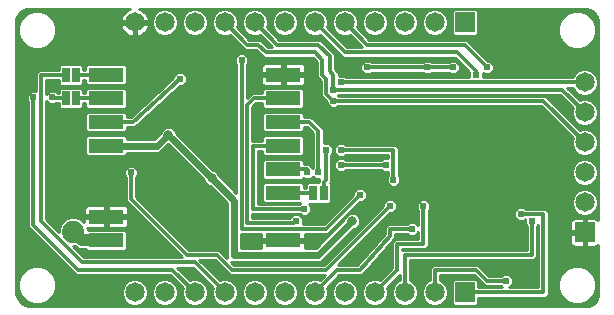
<source format=gbl>
G75*
%MOIN*%
%OFA0B0*%
%FSLAX25Y25*%
%IPPOS*%
%LPD*%
%AMOC8*
5,1,8,0,0,1.08239X$1,22.5*
%
%ADD10C,0.07400*%
%ADD11R,0.11811X0.04724*%
%ADD12R,0.02500X0.05000*%
%ADD13R,0.06500X0.06500*%
%ADD14C,0.06500*%
%ADD15C,0.01000*%
%ADD16C,0.02381*%
%ADD17C,0.03169*%
%ADD18C,0.02400*%
%ADD19C,0.01200*%
%ADD20C,0.04000*%
D10*
X0021461Y0033290D03*
D11*
X0032441Y0030441D03*
X0032441Y0038315D03*
X0032441Y0061937D03*
X0032441Y0069811D03*
X0032441Y0077685D03*
X0032441Y0085559D03*
X0091496Y0085559D03*
X0091496Y0077685D03*
X0091496Y0069811D03*
X0091496Y0061937D03*
X0091496Y0054063D03*
X0091496Y0046189D03*
X0091496Y0030441D03*
D12*
X0101447Y0046125D03*
X0104990Y0046125D03*
X0022490Y0077688D03*
X0018947Y0077688D03*
X0018947Y0085500D03*
X0022490Y0085500D03*
D13*
X0151969Y0103000D03*
X0191969Y0033000D03*
X0151969Y0013000D03*
D14*
X0141969Y0013000D03*
X0131969Y0013000D03*
X0121969Y0013000D03*
X0111969Y0013000D03*
X0101969Y0013000D03*
X0091969Y0013000D03*
X0081969Y0013000D03*
X0071969Y0013000D03*
X0061969Y0013000D03*
X0051969Y0013000D03*
X0041969Y0013000D03*
X0191969Y0043000D03*
X0191969Y0053000D03*
X0191969Y0063000D03*
X0191969Y0073000D03*
X0191969Y0083000D03*
X0141969Y0103000D03*
X0131969Y0103000D03*
X0121969Y0103000D03*
X0111969Y0103000D03*
X0101969Y0103000D03*
X0091969Y0103000D03*
X0081969Y0103000D03*
X0071969Y0103000D03*
X0061969Y0103000D03*
X0051969Y0103000D03*
X0041969Y0103000D03*
D15*
X0004600Y0009301D02*
X0006340Y0008580D01*
X0007281Y0008487D01*
X0193437Y0008487D01*
X0194113Y0008674D01*
X0195366Y0009465D01*
X0196220Y0010676D01*
X0196547Y0012121D01*
X0196509Y0012641D01*
X0196481Y0012669D01*
X0196481Y0012932D01*
X0196436Y0013191D01*
X0196481Y0013254D01*
X0196481Y0028937D01*
X0196419Y0028829D01*
X0196140Y0028550D01*
X0195797Y0028352D01*
X0195416Y0028250D01*
X0192344Y0028250D01*
X0192344Y0032625D01*
X0191593Y0032625D01*
X0187219Y0032625D01*
X0187219Y0029553D01*
X0187321Y0029171D01*
X0187518Y0028829D01*
X0187797Y0028550D01*
X0188140Y0028352D01*
X0188521Y0028250D01*
X0191593Y0028250D01*
X0191593Y0032625D01*
X0191593Y0033375D01*
X0187219Y0033375D01*
X0187219Y0036447D01*
X0187321Y0036829D01*
X0187518Y0037171D01*
X0187797Y0037450D01*
X0188140Y0037648D01*
X0188521Y0037750D01*
X0191593Y0037750D01*
X0191593Y0033375D01*
X0192344Y0033375D01*
X0192344Y0037750D01*
X0195416Y0037750D01*
X0195797Y0037648D01*
X0196140Y0037450D01*
X0196419Y0037171D01*
X0196481Y0037063D01*
X0196481Y0102980D01*
X0196366Y0103885D01*
X0195620Y0105549D01*
X0194295Y0106800D01*
X0192592Y0107449D01*
X0191684Y0107512D01*
X0191667Y0107512D01*
X0191348Y0107503D01*
X0191338Y0107512D01*
X0043452Y0107512D01*
X0043792Y0107402D01*
X0044458Y0107063D01*
X0045063Y0106623D01*
X0045592Y0106094D01*
X0046031Y0105490D01*
X0046370Y0104823D01*
X0046602Y0104112D01*
X0046718Y0103375D01*
X0042344Y0103375D01*
X0042344Y0102625D01*
X0046718Y0102625D01*
X0046602Y0101888D01*
X0046370Y0101177D01*
X0046031Y0100510D01*
X0045592Y0099906D01*
X0045063Y0099377D01*
X0044458Y0098937D01*
X0043792Y0098598D01*
X0043081Y0098367D01*
X0042344Y0098250D01*
X0042344Y0102625D01*
X0041593Y0102625D01*
X0037219Y0102625D01*
X0037335Y0101888D01*
X0037567Y0101177D01*
X0037906Y0100510D01*
X0038345Y0099906D01*
X0038874Y0099377D01*
X0039479Y0098937D01*
X0040145Y0098598D01*
X0040856Y0098367D01*
X0041593Y0098250D01*
X0041593Y0102625D01*
X0041593Y0103375D01*
X0037219Y0103375D01*
X0037335Y0104112D01*
X0037567Y0104823D01*
X0037906Y0105490D01*
X0038345Y0106094D01*
X0038874Y0106623D01*
X0039479Y0107063D01*
X0040145Y0107402D01*
X0040485Y0107512D01*
X0006656Y0107512D01*
X0005837Y0107432D01*
X0004323Y0106805D01*
X0003164Y0105646D01*
X0002537Y0104132D01*
X0002456Y0103312D01*
X0002456Y0013312D01*
X0002549Y0012371D01*
X0003269Y0010632D01*
X0004600Y0009301D01*
X0004400Y0009501D02*
X0007457Y0009501D01*
X0008213Y0009188D02*
X0005893Y0010149D01*
X0004118Y0011925D01*
X0003157Y0014244D01*
X0003157Y0016755D01*
X0004118Y0019075D01*
X0005893Y0020851D01*
X0008213Y0021812D01*
X0010724Y0021812D01*
X0013044Y0020851D01*
X0014819Y0019075D01*
X0015780Y0016755D01*
X0015780Y0014244D01*
X0014819Y0011925D01*
X0013044Y0010149D01*
X0010724Y0009188D01*
X0008213Y0009188D01*
X0007124Y0008503D02*
X0193493Y0008503D01*
X0193044Y0010149D02*
X0194819Y0011925D01*
X0195780Y0014244D01*
X0195780Y0016755D01*
X0194819Y0019075D01*
X0193044Y0020851D01*
X0190724Y0021812D01*
X0188213Y0021812D01*
X0185893Y0020851D01*
X0184118Y0019075D01*
X0183157Y0016755D01*
X0183157Y0014244D01*
X0184118Y0011925D01*
X0185893Y0010149D01*
X0188213Y0009188D01*
X0190724Y0009188D01*
X0193044Y0010149D01*
X0193395Y0010500D02*
X0196096Y0010500D01*
X0196406Y0011499D02*
X0194393Y0011499D01*
X0195056Y0012497D02*
X0196519Y0012497D01*
X0196481Y0013496D02*
X0195470Y0013496D01*
X0195780Y0014494D02*
X0196481Y0014494D01*
X0196481Y0015493D02*
X0195780Y0015493D01*
X0195780Y0016491D02*
X0196481Y0016491D01*
X0196481Y0017490D02*
X0195476Y0017490D01*
X0195063Y0018488D02*
X0196481Y0018488D01*
X0196481Y0019487D02*
X0194408Y0019487D01*
X0193410Y0020485D02*
X0196481Y0020485D01*
X0196481Y0021484D02*
X0191516Y0021484D01*
X0196481Y0022482D02*
X0179918Y0022482D01*
X0179918Y0021484D02*
X0187421Y0021484D01*
X0185527Y0020485D02*
X0179918Y0020485D01*
X0179918Y0019487D02*
X0184529Y0019487D01*
X0183874Y0018488D02*
X0179918Y0018488D01*
X0179918Y0017490D02*
X0183461Y0017490D01*
X0183157Y0016491D02*
X0179918Y0016491D01*
X0179918Y0015493D02*
X0183157Y0015493D01*
X0183157Y0014494D02*
X0179918Y0014494D01*
X0179918Y0013496D02*
X0183467Y0013496D01*
X0183881Y0012497D02*
X0179918Y0012497D01*
X0179918Y0012296D02*
X0179918Y0039954D01*
X0178923Y0040950D01*
X0172258Y0040950D01*
X0171667Y0041541D01*
X0169770Y0041541D01*
X0168428Y0040199D01*
X0168428Y0038301D01*
X0169770Y0036959D01*
X0171667Y0036959D01*
X0172178Y0037470D01*
X0172178Y0035801D01*
X0172769Y0035211D01*
X0172769Y0027200D01*
X0131264Y0027200D01*
X0131168Y0027104D01*
X0131168Y0027550D01*
X0138923Y0027550D01*
X0139918Y0028546D01*
X0139918Y0040211D01*
X0140509Y0040801D01*
X0140509Y0042699D01*
X0139167Y0044041D01*
X0137270Y0044041D01*
X0135928Y0042699D01*
X0135928Y0040801D01*
X0136519Y0040211D01*
X0136519Y0035439D01*
X0135417Y0036541D01*
X0133520Y0036541D01*
X0132929Y0035950D01*
X0126264Y0035950D01*
X0125269Y0034954D01*
X0125269Y0032396D01*
X0116205Y0022200D01*
X0109823Y0022200D01*
X0127082Y0039459D01*
X0127917Y0039459D01*
X0129259Y0040801D01*
X0129259Y0042699D01*
X0127917Y0044041D01*
X0126020Y0044041D01*
X0124678Y0042699D01*
X0124678Y0041864D01*
X0105014Y0022200D01*
X0075173Y0022200D01*
X0074173Y0023200D01*
X0104171Y0023200D01*
X0115061Y0034090D01*
X0115989Y0034474D01*
X0116744Y0035229D01*
X0117153Y0036216D01*
X0117153Y0037284D01*
X0116744Y0038270D01*
X0115989Y0039026D01*
X0115002Y0039434D01*
X0113935Y0039434D01*
X0112948Y0039026D01*
X0112193Y0038270D01*
X0111809Y0037343D01*
X0102266Y0027800D01*
X0098880Y0027800D01*
X0098902Y0027881D01*
X0098902Y0029941D01*
X0091996Y0029941D01*
X0091996Y0030941D01*
X0098902Y0030941D01*
X0098902Y0032550D01*
X0106423Y0032550D01*
X0107418Y0033546D01*
X0117082Y0043209D01*
X0117917Y0043209D01*
X0119259Y0044551D01*
X0119259Y0046449D01*
X0117917Y0047791D01*
X0116020Y0047791D01*
X0114678Y0046449D01*
X0114678Y0045614D01*
X0105014Y0035950D01*
X0098009Y0035950D01*
X0098009Y0037699D01*
X0096667Y0039041D01*
X0094770Y0039041D01*
X0093554Y0037825D01*
X0081168Y0037825D01*
X0081168Y0039103D01*
X0081411Y0039113D01*
X0097011Y0039129D01*
X0097600Y0038540D01*
X0099497Y0038540D01*
X0100839Y0039881D01*
X0100839Y0041779D01*
X0100093Y0042525D01*
X0103152Y0042525D01*
X0103218Y0042591D01*
X0103285Y0042525D01*
X0106696Y0042525D01*
X0107340Y0043169D01*
X0107340Y0049081D01*
X0107022Y0049399D01*
X0107418Y0049796D01*
X0107418Y0058961D01*
X0108009Y0059551D01*
X0108009Y0061449D01*
X0106667Y0062791D01*
X0104918Y0062791D01*
X0104918Y0067454D01*
X0100862Y0071511D01*
X0098502Y0071511D01*
X0098502Y0072629D01*
X0097857Y0073273D01*
X0085135Y0073273D01*
X0084491Y0072629D01*
X0084491Y0066993D01*
X0085135Y0066349D01*
X0097857Y0066349D01*
X0098502Y0066993D01*
X0098502Y0068111D01*
X0099453Y0068111D01*
X0101519Y0066046D01*
X0101519Y0054539D01*
X0101343Y0054364D01*
X0101168Y0054539D01*
X0101168Y0054767D01*
X0100173Y0055763D01*
X0098502Y0055763D01*
X0098502Y0056881D01*
X0097857Y0057525D01*
X0085135Y0057525D01*
X0084491Y0056881D01*
X0084491Y0051245D01*
X0085135Y0050601D01*
X0097857Y0050601D01*
X0098243Y0050986D01*
X0098520Y0050709D01*
X0100417Y0050709D01*
X0101343Y0051636D01*
X0102270Y0050709D01*
X0103524Y0050709D01*
X0103290Y0050476D01*
X0103290Y0049725D01*
X0103285Y0049725D01*
X0103218Y0049659D01*
X0103152Y0049725D01*
X0099741Y0049725D01*
X0099097Y0049081D01*
X0099097Y0047903D01*
X0098860Y0047911D01*
X0098836Y0047889D01*
X0098502Y0047889D01*
X0098502Y0049007D01*
X0097857Y0049651D01*
X0085135Y0049651D01*
X0084491Y0049007D01*
X0084491Y0043371D01*
X0085135Y0042727D01*
X0097206Y0042727D01*
X0097008Y0042529D01*
X0083043Y0042514D01*
X0083043Y0060237D01*
X0084491Y0060237D01*
X0084491Y0059119D01*
X0085135Y0058475D01*
X0097857Y0058475D01*
X0098502Y0059119D01*
X0098502Y0064755D01*
X0097857Y0065399D01*
X0085135Y0065399D01*
X0084491Y0064755D01*
X0084491Y0063637D01*
X0081168Y0063637D01*
X0081168Y0074796D01*
X0082358Y0075985D01*
X0084491Y0075985D01*
X0084491Y0074867D01*
X0085135Y0074223D01*
X0097857Y0074223D01*
X0098502Y0074867D01*
X0098502Y0080503D01*
X0097857Y0081147D01*
X0085135Y0081147D01*
X0084491Y0080503D01*
X0084491Y0079385D01*
X0080949Y0079385D01*
X0079954Y0078389D01*
X0079293Y0077729D01*
X0079293Y0088961D01*
X0079884Y0089551D01*
X0079884Y0091449D01*
X0078542Y0092791D01*
X0076645Y0092791D01*
X0075303Y0091449D01*
X0075303Y0089551D01*
X0075894Y0088961D01*
X0075894Y0046078D01*
X0070253Y0051718D01*
X0069869Y0052645D01*
X0069114Y0053401D01*
X0068186Y0053785D01*
X0055878Y0066093D01*
X0055494Y0067020D01*
X0054739Y0067776D01*
X0053752Y0068184D01*
X0052685Y0068184D01*
X0051698Y0067776D01*
X0050943Y0067020D01*
X0050626Y0066256D01*
X0048395Y0064237D01*
X0039446Y0064237D01*
X0039446Y0064755D01*
X0038802Y0065399D01*
X0026080Y0065399D01*
X0025435Y0064755D01*
X0025435Y0059119D01*
X0026080Y0058475D01*
X0038802Y0058475D01*
X0039446Y0059119D01*
X0039446Y0059637D01*
X0049224Y0059637D01*
X0050118Y0059592D01*
X0050168Y0059637D01*
X0050234Y0059637D01*
X0050867Y0060270D01*
X0053139Y0062326D01*
X0064934Y0050532D01*
X0065318Y0049604D01*
X0066073Y0048849D01*
X0067001Y0048465D01*
X0072794Y0042672D01*
X0072794Y0024579D01*
X0071168Y0026204D01*
X0070173Y0027200D01*
X0060173Y0027200D01*
X0042418Y0044954D01*
X0042418Y0051461D01*
X0043009Y0052051D01*
X0043009Y0053949D01*
X0041667Y0055291D01*
X0039770Y0055291D01*
X0038428Y0053949D01*
X0038428Y0052051D01*
X0039019Y0051461D01*
X0039019Y0043546D01*
X0040014Y0042550D01*
X0040014Y0042550D01*
X0057769Y0024796D01*
X0057864Y0024700D01*
X0025173Y0024700D01*
X0021383Y0028490D01*
X0022094Y0028490D01*
X0022712Y0027872D01*
X0023852Y0027400D01*
X0025659Y0027400D01*
X0026080Y0026979D01*
X0038802Y0026979D01*
X0039446Y0027623D01*
X0039446Y0033259D01*
X0038802Y0033903D01*
X0026261Y0033903D01*
X0026261Y0034245D01*
X0026154Y0034502D01*
X0026338Y0034453D01*
X0031941Y0034453D01*
X0031941Y0037815D01*
X0032941Y0037815D01*
X0032941Y0038815D01*
X0039846Y0038815D01*
X0039846Y0040875D01*
X0039744Y0041256D01*
X0039547Y0041598D01*
X0039267Y0041877D01*
X0038925Y0042075D01*
X0038544Y0042177D01*
X0032941Y0042177D01*
X0032941Y0038815D01*
X0031941Y0038815D01*
X0031941Y0042177D01*
X0026338Y0042177D01*
X0025956Y0042075D01*
X0025614Y0041877D01*
X0025335Y0041598D01*
X0025138Y0041256D01*
X0025035Y0040875D01*
X0025035Y0038815D01*
X0031941Y0038815D01*
X0031941Y0037815D01*
X0025035Y0037815D01*
X0025035Y0036504D01*
X0024180Y0037359D01*
X0022416Y0038090D01*
X0020506Y0038090D01*
X0018742Y0037359D01*
X0017392Y0036009D01*
X0016661Y0034245D01*
X0016661Y0033212D01*
X0012418Y0037454D01*
X0012418Y0076811D01*
X0013520Y0075709D01*
X0015417Y0075709D01*
X0015695Y0075988D01*
X0016597Y0075988D01*
X0016597Y0074732D01*
X0017241Y0074088D01*
X0020652Y0074088D01*
X0020718Y0074154D01*
X0020785Y0074088D01*
X0024196Y0074088D01*
X0024840Y0074732D01*
X0024840Y0075987D01*
X0025435Y0075987D01*
X0025435Y0074867D01*
X0026080Y0074223D01*
X0038802Y0074223D01*
X0039446Y0074867D01*
X0039446Y0080503D01*
X0038802Y0081147D01*
X0026080Y0081147D01*
X0025435Y0080503D01*
X0025435Y0079387D01*
X0024840Y0079387D01*
X0024840Y0080643D01*
X0024196Y0081287D01*
X0020785Y0081287D01*
X0020718Y0081221D01*
X0020652Y0081287D01*
X0017241Y0081287D01*
X0016597Y0080643D01*
X0016597Y0079387D01*
X0016320Y0079387D01*
X0015417Y0080291D01*
X0013520Y0080291D01*
X0012418Y0079189D01*
X0012418Y0083800D01*
X0016597Y0083800D01*
X0016597Y0082544D01*
X0017241Y0081900D01*
X0020652Y0081900D01*
X0020718Y0081966D01*
X0020785Y0081900D01*
X0024196Y0081900D01*
X0024840Y0082544D01*
X0024840Y0083814D01*
X0025435Y0083817D01*
X0025435Y0082741D01*
X0026080Y0082097D01*
X0038802Y0082097D01*
X0039446Y0082741D01*
X0039446Y0088377D01*
X0038802Y0089021D01*
X0026080Y0089021D01*
X0025435Y0088377D01*
X0025435Y0087217D01*
X0024840Y0087214D01*
X0024840Y0088456D01*
X0024196Y0089100D01*
X0020785Y0089100D01*
X0020718Y0089034D01*
X0020652Y0089100D01*
X0017241Y0089100D01*
X0016597Y0088456D01*
X0016597Y0087200D01*
X0010014Y0087200D01*
X0009019Y0086204D01*
X0009019Y0080291D01*
X0007270Y0080291D01*
X0005928Y0078949D01*
X0005928Y0077051D01*
X0006519Y0076461D01*
X0006519Y0034796D01*
X0007514Y0033800D01*
X0021519Y0019796D01*
X0022514Y0018800D01*
X0053764Y0018800D01*
X0057935Y0014629D01*
X0057619Y0013865D01*
X0057619Y0012135D01*
X0058281Y0010536D01*
X0059504Y0009312D01*
X0061103Y0008650D01*
X0062834Y0008650D01*
X0064433Y0009312D01*
X0065656Y0010536D01*
X0066318Y0012135D01*
X0066318Y0013865D01*
X0065656Y0015464D01*
X0064433Y0016688D01*
X0062834Y0017350D01*
X0061103Y0017350D01*
X0060339Y0017033D01*
X0056073Y0021300D01*
X0061264Y0021300D01*
X0067935Y0014629D01*
X0067619Y0013865D01*
X0067619Y0012135D01*
X0068281Y0010536D01*
X0069504Y0009312D01*
X0071103Y0008650D01*
X0072834Y0008650D01*
X0074433Y0009312D01*
X0075656Y0010536D01*
X0076318Y0012135D01*
X0076318Y0013865D01*
X0075656Y0015464D01*
X0074433Y0016688D01*
X0072834Y0017350D01*
X0071103Y0017350D01*
X0070339Y0017033D01*
X0063573Y0023800D01*
X0068764Y0023800D01*
X0073764Y0018800D01*
X0105364Y0018800D01*
X0103598Y0017033D01*
X0102834Y0017350D01*
X0101103Y0017350D01*
X0099504Y0016688D01*
X0098281Y0015464D01*
X0097619Y0013865D01*
X0097619Y0012135D01*
X0098281Y0010536D01*
X0099504Y0009312D01*
X0101103Y0008650D01*
X0102834Y0008650D01*
X0104433Y0009312D01*
X0105656Y0010536D01*
X0106318Y0012135D01*
X0106318Y0013865D01*
X0106002Y0014629D01*
X0110173Y0018800D01*
X0116322Y0018800D01*
X0116365Y0018762D01*
X0117018Y0018800D01*
X0117673Y0018800D01*
X0117714Y0018841D01*
X0117771Y0018844D01*
X0118206Y0019333D01*
X0118668Y0019796D01*
X0118668Y0019854D01*
X0128206Y0030583D01*
X0128668Y0031046D01*
X0128668Y0031104D01*
X0128707Y0031147D01*
X0128668Y0031800D01*
X0128668Y0032550D01*
X0132929Y0032550D01*
X0133520Y0031959D01*
X0135417Y0031959D01*
X0136519Y0033061D01*
X0136519Y0030950D01*
X0128764Y0030950D01*
X0127769Y0029954D01*
X0127769Y0021204D01*
X0123598Y0017033D01*
X0122834Y0017350D01*
X0121103Y0017350D01*
X0119504Y0016688D01*
X0118281Y0015464D01*
X0117619Y0013865D01*
X0117619Y0012135D01*
X0118281Y0010536D01*
X0119504Y0009312D01*
X0121103Y0008650D01*
X0122834Y0008650D01*
X0124433Y0009312D01*
X0125656Y0010536D01*
X0126318Y0012135D01*
X0126318Y0013865D01*
X0126002Y0014629D01*
X0130269Y0018896D01*
X0130269Y0017004D01*
X0129504Y0016688D01*
X0128281Y0015464D01*
X0127619Y0013865D01*
X0127619Y0012135D01*
X0128281Y0010536D01*
X0129504Y0009312D01*
X0131103Y0008650D01*
X0132834Y0008650D01*
X0134433Y0009312D01*
X0135656Y0010536D01*
X0136318Y0012135D01*
X0136318Y0013865D01*
X0135656Y0015464D01*
X0134433Y0016688D01*
X0133668Y0017004D01*
X0133668Y0023800D01*
X0175173Y0023800D01*
X0176168Y0024796D01*
X0176168Y0035211D01*
X0176519Y0035561D01*
X0176519Y0014700D01*
X0166908Y0014700D01*
X0168009Y0015801D01*
X0168009Y0017699D01*
X0166667Y0019041D01*
X0164770Y0019041D01*
X0164179Y0018450D01*
X0160173Y0018450D01*
X0157418Y0021204D01*
X0156423Y0022200D01*
X0141264Y0022200D01*
X0140269Y0021204D01*
X0140269Y0017004D01*
X0139504Y0016688D01*
X0138281Y0015464D01*
X0137619Y0013865D01*
X0137619Y0012135D01*
X0138281Y0010536D01*
X0139504Y0009312D01*
X0141103Y0008650D01*
X0142834Y0008650D01*
X0144433Y0009312D01*
X0145656Y0010536D01*
X0146318Y0012135D01*
X0146318Y0013865D01*
X0145656Y0015464D01*
X0144433Y0016688D01*
X0143668Y0017004D01*
X0143668Y0018800D01*
X0155014Y0018800D01*
X0158764Y0015050D01*
X0164179Y0015050D01*
X0164529Y0014700D01*
X0156318Y0014700D01*
X0156318Y0016706D01*
X0155674Y0017350D01*
X0148263Y0017350D01*
X0147619Y0016706D01*
X0147619Y0009294D01*
X0148263Y0008650D01*
X0155674Y0008650D01*
X0156318Y0009294D01*
X0156318Y0011300D01*
X0178923Y0011300D01*
X0179918Y0012296D01*
X0179121Y0011499D02*
X0184544Y0011499D01*
X0185542Y0010500D02*
X0156318Y0010500D01*
X0156318Y0009501D02*
X0187457Y0009501D01*
X0191480Y0009501D02*
X0195391Y0009501D01*
X0176519Y0015493D02*
X0167700Y0015493D01*
X0168009Y0016491D02*
X0176519Y0016491D01*
X0176519Y0017490D02*
X0168009Y0017490D01*
X0167220Y0018488D02*
X0176519Y0018488D01*
X0176519Y0019487D02*
X0159136Y0019487D01*
X0158138Y0020485D02*
X0176519Y0020485D01*
X0176519Y0021484D02*
X0157139Y0021484D01*
X0155326Y0018488D02*
X0143668Y0018488D01*
X0143668Y0017490D02*
X0156325Y0017490D01*
X0156318Y0016491D02*
X0157323Y0016491D01*
X0158322Y0015493D02*
X0156318Y0015493D01*
X0160135Y0018488D02*
X0164217Y0018488D01*
X0176519Y0022482D02*
X0133668Y0022482D01*
X0133668Y0021484D02*
X0140548Y0021484D01*
X0140269Y0020485D02*
X0133668Y0020485D01*
X0133668Y0019487D02*
X0140269Y0019487D01*
X0140269Y0018488D02*
X0133668Y0018488D01*
X0133668Y0017490D02*
X0140269Y0017490D01*
X0139308Y0016491D02*
X0134629Y0016491D01*
X0135628Y0015493D02*
X0138309Y0015493D01*
X0137879Y0014494D02*
X0136058Y0014494D01*
X0136318Y0013496D02*
X0137619Y0013496D01*
X0137619Y0012497D02*
X0136318Y0012497D01*
X0136055Y0011499D02*
X0137882Y0011499D01*
X0138317Y0010500D02*
X0135620Y0010500D01*
X0134622Y0009501D02*
X0139315Y0009501D01*
X0144622Y0009501D02*
X0147619Y0009501D01*
X0147619Y0010500D02*
X0145620Y0010500D01*
X0146055Y0011499D02*
X0147619Y0011499D01*
X0147619Y0012497D02*
X0146318Y0012497D01*
X0146318Y0013496D02*
X0147619Y0013496D01*
X0147619Y0014494D02*
X0146058Y0014494D01*
X0145628Y0015493D02*
X0147619Y0015493D01*
X0147619Y0016491D02*
X0144629Y0016491D01*
X0133668Y0023481D02*
X0176519Y0023481D01*
X0176519Y0024479D02*
X0175852Y0024479D01*
X0176168Y0025478D02*
X0176519Y0025478D01*
X0176519Y0026476D02*
X0176168Y0026476D01*
X0176168Y0027475D02*
X0176519Y0027475D01*
X0176519Y0028473D02*
X0176168Y0028473D01*
X0176168Y0029472D02*
X0176519Y0029472D01*
X0176519Y0030470D02*
X0176168Y0030470D01*
X0176168Y0031469D02*
X0176519Y0031469D01*
X0176519Y0032467D02*
X0176168Y0032467D01*
X0176168Y0033466D02*
X0176519Y0033466D01*
X0176519Y0034464D02*
X0176168Y0034464D01*
X0176421Y0035463D02*
X0176519Y0035463D01*
X0179918Y0035463D02*
X0187219Y0035463D01*
X0187222Y0036461D02*
X0179918Y0036461D01*
X0179918Y0037460D02*
X0187814Y0037460D01*
X0189504Y0039312D02*
X0191103Y0038650D01*
X0192834Y0038650D01*
X0194433Y0039312D01*
X0195656Y0040536D01*
X0196318Y0042135D01*
X0196318Y0043865D01*
X0195656Y0045464D01*
X0194433Y0046688D01*
X0192834Y0047350D01*
X0191103Y0047350D01*
X0189504Y0046688D01*
X0188281Y0045464D01*
X0187619Y0043865D01*
X0187619Y0042135D01*
X0188281Y0040536D01*
X0189504Y0039312D01*
X0189360Y0039457D02*
X0179918Y0039457D01*
X0179918Y0038458D02*
X0196481Y0038458D01*
X0196481Y0037460D02*
X0196123Y0037460D01*
X0196481Y0039457D02*
X0194577Y0039457D01*
X0195576Y0040455D02*
X0196481Y0040455D01*
X0196481Y0041454D02*
X0196036Y0041454D01*
X0196318Y0042452D02*
X0196481Y0042452D01*
X0196481Y0043451D02*
X0196318Y0043451D01*
X0196481Y0044449D02*
X0196077Y0044449D01*
X0196481Y0045448D02*
X0195663Y0045448D01*
X0196481Y0046446D02*
X0194674Y0046446D01*
X0196481Y0047445D02*
X0118263Y0047445D01*
X0119259Y0046446D02*
X0189263Y0046446D01*
X0188274Y0045448D02*
X0119259Y0045448D01*
X0119157Y0044449D02*
X0187860Y0044449D01*
X0187619Y0043451D02*
X0139757Y0043451D01*
X0140509Y0042452D02*
X0187619Y0042452D01*
X0187901Y0041454D02*
X0171754Y0041454D01*
X0169683Y0041454D02*
X0140509Y0041454D01*
X0140163Y0040455D02*
X0168685Y0040455D01*
X0168428Y0039457D02*
X0139918Y0039457D01*
X0139918Y0038458D02*
X0168428Y0038458D01*
X0169269Y0037460D02*
X0139918Y0037460D01*
X0139918Y0036461D02*
X0172178Y0036461D01*
X0172168Y0037460D02*
X0172178Y0037460D01*
X0172516Y0035463D02*
X0139918Y0035463D01*
X0139918Y0034464D02*
X0172769Y0034464D01*
X0172769Y0033466D02*
X0139918Y0033466D01*
X0139918Y0032467D02*
X0172769Y0032467D01*
X0172769Y0031469D02*
X0139918Y0031469D01*
X0139918Y0030470D02*
X0172769Y0030470D01*
X0172769Y0029472D02*
X0139918Y0029472D01*
X0139846Y0028473D02*
X0172769Y0028473D01*
X0172769Y0027475D02*
X0131168Y0027475D01*
X0127769Y0027475D02*
X0125443Y0027475D01*
X0126330Y0028473D02*
X0127769Y0028473D01*
X0127769Y0029472D02*
X0127218Y0029472D01*
X0128105Y0030470D02*
X0128285Y0030470D01*
X0128688Y0031469D02*
X0136519Y0031469D01*
X0136519Y0032467D02*
X0135925Y0032467D01*
X0133012Y0032467D02*
X0128668Y0032467D01*
X0125269Y0032467D02*
X0120090Y0032467D01*
X0119091Y0031469D02*
X0124444Y0031469D01*
X0123556Y0030470D02*
X0118093Y0030470D01*
X0117094Y0029472D02*
X0122669Y0029472D01*
X0121781Y0028473D02*
X0116096Y0028473D01*
X0115097Y0027475D02*
X0120894Y0027475D01*
X0120006Y0026476D02*
X0114099Y0026476D01*
X0113100Y0025478D02*
X0119119Y0025478D01*
X0118231Y0024479D02*
X0112102Y0024479D01*
X0111103Y0023481D02*
X0117343Y0023481D01*
X0116456Y0022482D02*
X0110105Y0022482D01*
X0107294Y0024479D02*
X0105450Y0024479D01*
X0106295Y0023481D02*
X0104452Y0023481D01*
X0105296Y0022482D02*
X0074891Y0022482D01*
X0071081Y0021484D02*
X0065889Y0021484D01*
X0064891Y0022482D02*
X0070082Y0022482D01*
X0069084Y0023481D02*
X0063892Y0023481D01*
X0057769Y0024796D02*
X0057769Y0024796D01*
X0057087Y0025478D02*
X0024395Y0025478D01*
X0023396Y0026476D02*
X0056088Y0026476D01*
X0055090Y0027475D02*
X0039298Y0027475D01*
X0039446Y0028473D02*
X0054091Y0028473D01*
X0053093Y0029472D02*
X0039446Y0029472D01*
X0039446Y0030470D02*
X0052094Y0030470D01*
X0051096Y0031469D02*
X0039446Y0031469D01*
X0039446Y0032467D02*
X0050097Y0032467D01*
X0049099Y0033466D02*
X0039239Y0033466D01*
X0038925Y0034555D02*
X0039267Y0034752D01*
X0039547Y0035032D01*
X0039744Y0035374D01*
X0039846Y0035755D01*
X0039846Y0037815D01*
X0032941Y0037815D01*
X0032941Y0034453D01*
X0038544Y0034453D01*
X0038925Y0034555D01*
X0038587Y0034464D02*
X0048100Y0034464D01*
X0047102Y0035463D02*
X0039768Y0035463D01*
X0039846Y0036461D02*
X0046103Y0036461D01*
X0045105Y0037460D02*
X0039846Y0037460D01*
X0039846Y0039457D02*
X0043108Y0039457D01*
X0044106Y0038458D02*
X0032941Y0038458D01*
X0032941Y0037460D02*
X0031941Y0037460D01*
X0031941Y0038458D02*
X0012418Y0038458D01*
X0012418Y0037460D02*
X0018985Y0037460D01*
X0017844Y0036461D02*
X0013411Y0036461D01*
X0014410Y0035463D02*
X0017166Y0035463D01*
X0016752Y0034464D02*
X0015408Y0034464D01*
X0016407Y0033466D02*
X0016661Y0033466D01*
X0010844Y0030470D02*
X0002456Y0030470D01*
X0002456Y0029472D02*
X0011843Y0029472D01*
X0012841Y0028473D02*
X0002456Y0028473D01*
X0002456Y0027475D02*
X0013840Y0027475D01*
X0014838Y0026476D02*
X0002456Y0026476D01*
X0002456Y0025478D02*
X0015837Y0025478D01*
X0016835Y0024479D02*
X0002456Y0024479D01*
X0002456Y0023481D02*
X0017834Y0023481D01*
X0018832Y0022482D02*
X0002456Y0022482D01*
X0002456Y0021484D02*
X0007421Y0021484D01*
X0005527Y0020485D02*
X0002456Y0020485D01*
X0002456Y0019487D02*
X0004529Y0019487D01*
X0003874Y0018488D02*
X0002456Y0018488D01*
X0002456Y0017490D02*
X0003461Y0017490D01*
X0003157Y0016491D02*
X0002456Y0016491D01*
X0002456Y0015493D02*
X0003157Y0015493D01*
X0003157Y0014494D02*
X0002456Y0014494D01*
X0002456Y0013496D02*
X0003467Y0013496D01*
X0003881Y0012497D02*
X0002536Y0012497D01*
X0002910Y0011499D02*
X0004544Y0011499D01*
X0005542Y0010500D02*
X0003401Y0010500D01*
X0011480Y0009501D02*
X0039315Y0009501D01*
X0039504Y0009312D02*
X0041103Y0008650D01*
X0042834Y0008650D01*
X0044433Y0009312D01*
X0045656Y0010536D01*
X0046318Y0012135D01*
X0046318Y0013865D01*
X0045656Y0015464D01*
X0044433Y0016688D01*
X0042834Y0017350D01*
X0041103Y0017350D01*
X0039504Y0016688D01*
X0038281Y0015464D01*
X0037619Y0013865D01*
X0037619Y0012135D01*
X0038281Y0010536D01*
X0039504Y0009312D01*
X0038317Y0010500D02*
X0013395Y0010500D01*
X0014393Y0011499D02*
X0037882Y0011499D01*
X0037619Y0012497D02*
X0015056Y0012497D01*
X0015470Y0013496D02*
X0037619Y0013496D01*
X0037879Y0014494D02*
X0015780Y0014494D01*
X0015780Y0015493D02*
X0038309Y0015493D01*
X0039308Y0016491D02*
X0015780Y0016491D01*
X0015476Y0017490D02*
X0055075Y0017490D01*
X0054433Y0016688D02*
X0052834Y0017350D01*
X0051103Y0017350D01*
X0049504Y0016688D01*
X0048281Y0015464D01*
X0047619Y0013865D01*
X0047619Y0012135D01*
X0048281Y0010536D01*
X0049504Y0009312D01*
X0051103Y0008650D01*
X0052834Y0008650D01*
X0054433Y0009312D01*
X0055656Y0010536D01*
X0056318Y0012135D01*
X0056318Y0013865D01*
X0055656Y0015464D01*
X0054433Y0016688D01*
X0054629Y0016491D02*
X0056073Y0016491D01*
X0055628Y0015493D02*
X0057072Y0015493D01*
X0057879Y0014494D02*
X0056058Y0014494D01*
X0056318Y0013496D02*
X0057619Y0013496D01*
X0057619Y0012497D02*
X0056318Y0012497D01*
X0056055Y0011499D02*
X0057882Y0011499D01*
X0058317Y0010500D02*
X0055620Y0010500D01*
X0054622Y0009501D02*
X0059315Y0009501D01*
X0064622Y0009501D02*
X0069315Y0009501D01*
X0068317Y0010500D02*
X0065620Y0010500D01*
X0066055Y0011499D02*
X0067882Y0011499D01*
X0067619Y0012497D02*
X0066318Y0012497D01*
X0066318Y0013496D02*
X0067619Y0013496D01*
X0067879Y0014494D02*
X0066058Y0014494D01*
X0065628Y0015493D02*
X0067072Y0015493D01*
X0066073Y0016491D02*
X0064629Y0016491D01*
X0065075Y0017490D02*
X0059883Y0017490D01*
X0058885Y0018488D02*
X0064076Y0018488D01*
X0063078Y0019487D02*
X0057886Y0019487D01*
X0056888Y0020485D02*
X0062079Y0020485D01*
X0066888Y0020485D02*
X0072079Y0020485D01*
X0073078Y0019487D02*
X0067886Y0019487D01*
X0068885Y0018488D02*
X0105052Y0018488D01*
X0104054Y0017490D02*
X0069883Y0017490D01*
X0074629Y0016491D02*
X0079308Y0016491D01*
X0079504Y0016688D02*
X0078281Y0015464D01*
X0077619Y0013865D01*
X0077619Y0012135D01*
X0078281Y0010536D01*
X0079504Y0009312D01*
X0081103Y0008650D01*
X0082834Y0008650D01*
X0084433Y0009312D01*
X0085656Y0010536D01*
X0086318Y0012135D01*
X0086318Y0013865D01*
X0085656Y0015464D01*
X0084433Y0016688D01*
X0082834Y0017350D01*
X0081103Y0017350D01*
X0079504Y0016688D01*
X0078309Y0015493D02*
X0075628Y0015493D01*
X0076058Y0014494D02*
X0077879Y0014494D01*
X0077619Y0013496D02*
X0076318Y0013496D01*
X0076318Y0012497D02*
X0077619Y0012497D01*
X0077882Y0011499D02*
X0076055Y0011499D01*
X0075620Y0010500D02*
X0078317Y0010500D01*
X0079315Y0009501D02*
X0074622Y0009501D01*
X0084622Y0009501D02*
X0089315Y0009501D01*
X0089504Y0009312D02*
X0091103Y0008650D01*
X0092834Y0008650D01*
X0094433Y0009312D01*
X0095656Y0010536D01*
X0096318Y0012135D01*
X0096318Y0013865D01*
X0095656Y0015464D01*
X0094433Y0016688D01*
X0092834Y0017350D01*
X0091103Y0017350D01*
X0089504Y0016688D01*
X0088281Y0015464D01*
X0087619Y0013865D01*
X0087619Y0012135D01*
X0088281Y0010536D01*
X0089504Y0009312D01*
X0088317Y0010500D02*
X0085620Y0010500D01*
X0086055Y0011499D02*
X0087882Y0011499D01*
X0087619Y0012497D02*
X0086318Y0012497D01*
X0086318Y0013496D02*
X0087619Y0013496D01*
X0087879Y0014494D02*
X0086058Y0014494D01*
X0085628Y0015493D02*
X0088309Y0015493D01*
X0089308Y0016491D02*
X0084629Y0016491D01*
X0094629Y0016491D02*
X0099308Y0016491D01*
X0098309Y0015493D02*
X0095628Y0015493D01*
X0096058Y0014494D02*
X0097879Y0014494D01*
X0097619Y0013496D02*
X0096318Y0013496D01*
X0096318Y0012497D02*
X0097619Y0012497D01*
X0097882Y0011499D02*
X0096055Y0011499D01*
X0095620Y0010500D02*
X0098317Y0010500D01*
X0099315Y0009501D02*
X0094622Y0009501D01*
X0104622Y0009501D02*
X0109315Y0009501D01*
X0109504Y0009312D02*
X0111103Y0008650D01*
X0112834Y0008650D01*
X0114433Y0009312D01*
X0115656Y0010536D01*
X0116318Y0012135D01*
X0116318Y0013865D01*
X0115656Y0015464D01*
X0114433Y0016688D01*
X0112834Y0017350D01*
X0111103Y0017350D01*
X0109504Y0016688D01*
X0108281Y0015464D01*
X0107619Y0013865D01*
X0107619Y0012135D01*
X0108281Y0010536D01*
X0109504Y0009312D01*
X0108317Y0010500D02*
X0105620Y0010500D01*
X0106055Y0011499D02*
X0107882Y0011499D01*
X0107619Y0012497D02*
X0106318Y0012497D01*
X0106318Y0013496D02*
X0107619Y0013496D01*
X0107879Y0014494D02*
X0106058Y0014494D01*
X0106865Y0015493D02*
X0108309Y0015493D01*
X0107864Y0016491D02*
X0109308Y0016491D01*
X0108862Y0017490D02*
X0124054Y0017490D01*
X0125052Y0018488D02*
X0109861Y0018488D01*
X0114629Y0016491D02*
X0119308Y0016491D01*
X0118309Y0015493D02*
X0115628Y0015493D01*
X0116058Y0014494D02*
X0117879Y0014494D01*
X0117619Y0013496D02*
X0116318Y0013496D01*
X0116318Y0012497D02*
X0117619Y0012497D01*
X0117882Y0011499D02*
X0116055Y0011499D01*
X0115620Y0010500D02*
X0118317Y0010500D01*
X0119315Y0009501D02*
X0114622Y0009501D01*
X0124622Y0009501D02*
X0129315Y0009501D01*
X0128317Y0010500D02*
X0125620Y0010500D01*
X0126055Y0011499D02*
X0127882Y0011499D01*
X0127619Y0012497D02*
X0126318Y0012497D01*
X0126318Y0013496D02*
X0127619Y0013496D01*
X0127879Y0014494D02*
X0126058Y0014494D01*
X0126865Y0015493D02*
X0128309Y0015493D01*
X0127864Y0016491D02*
X0129308Y0016491D01*
X0128862Y0017490D02*
X0130269Y0017490D01*
X0130269Y0018488D02*
X0129861Y0018488D01*
X0126051Y0019487D02*
X0118359Y0019487D01*
X0119230Y0020485D02*
X0127049Y0020485D01*
X0127769Y0021484D02*
X0120117Y0021484D01*
X0121005Y0022482D02*
X0127769Y0022482D01*
X0127769Y0023481D02*
X0121892Y0023481D01*
X0122780Y0024479D02*
X0127769Y0024479D01*
X0127769Y0025478D02*
X0123668Y0025478D01*
X0124555Y0026476D02*
X0127769Y0026476D01*
X0115282Y0032467D02*
X0113438Y0032467D01*
X0114283Y0031469D02*
X0112440Y0031469D01*
X0113285Y0030470D02*
X0111441Y0030470D01*
X0112286Y0029472D02*
X0110443Y0029472D01*
X0111288Y0028473D02*
X0109444Y0028473D01*
X0110289Y0027475D02*
X0108446Y0027475D01*
X0109291Y0026476D02*
X0107447Y0026476D01*
X0108292Y0025478D02*
X0106449Y0025478D01*
X0102939Y0028473D02*
X0098902Y0028473D01*
X0098902Y0029472D02*
X0103938Y0029472D01*
X0104936Y0030470D02*
X0091996Y0030470D01*
X0090996Y0030470D02*
X0077393Y0030470D01*
X0077393Y0029472D02*
X0084091Y0029472D01*
X0084091Y0029941D02*
X0084091Y0027881D01*
X0084112Y0027800D01*
X0077393Y0027800D01*
X0077393Y0032550D01*
X0084091Y0032550D01*
X0084091Y0030941D01*
X0090996Y0030941D01*
X0090996Y0029941D01*
X0084091Y0029941D01*
X0084091Y0028473D02*
X0077393Y0028473D01*
X0072794Y0028473D02*
X0058899Y0028473D01*
X0057901Y0029472D02*
X0072794Y0029472D01*
X0072794Y0030470D02*
X0056902Y0030470D01*
X0055904Y0031469D02*
X0072794Y0031469D01*
X0072794Y0032467D02*
X0054905Y0032467D01*
X0053907Y0033466D02*
X0072794Y0033466D01*
X0072794Y0034464D02*
X0052908Y0034464D01*
X0051910Y0035463D02*
X0072794Y0035463D01*
X0072794Y0036461D02*
X0050911Y0036461D01*
X0049913Y0037460D02*
X0072794Y0037460D01*
X0072794Y0038458D02*
X0048914Y0038458D01*
X0047916Y0039457D02*
X0072794Y0039457D01*
X0072794Y0040455D02*
X0046917Y0040455D01*
X0045919Y0041454D02*
X0072794Y0041454D01*
X0072794Y0042452D02*
X0044920Y0042452D01*
X0043922Y0043451D02*
X0072015Y0043451D01*
X0071016Y0044449D02*
X0042923Y0044449D01*
X0042418Y0045448D02*
X0070018Y0045448D01*
X0069019Y0046446D02*
X0042418Y0046446D01*
X0042418Y0047445D02*
X0068021Y0047445D01*
X0067022Y0048443D02*
X0042418Y0048443D01*
X0042418Y0049442D02*
X0065480Y0049442D01*
X0064972Y0050440D02*
X0042418Y0050440D01*
X0042418Y0051439D02*
X0064027Y0051439D01*
X0063028Y0052437D02*
X0043009Y0052437D01*
X0043009Y0053436D02*
X0062030Y0053436D01*
X0061031Y0054434D02*
X0042523Y0054434D01*
X0038914Y0054434D02*
X0012418Y0054434D01*
X0012418Y0053436D02*
X0038428Y0053436D01*
X0038428Y0052437D02*
X0012418Y0052437D01*
X0012418Y0051439D02*
X0039019Y0051439D01*
X0039019Y0050440D02*
X0012418Y0050440D01*
X0012418Y0049442D02*
X0039019Y0049442D01*
X0039019Y0048443D02*
X0012418Y0048443D01*
X0012418Y0047445D02*
X0039019Y0047445D01*
X0039019Y0046446D02*
X0012418Y0046446D01*
X0012418Y0045448D02*
X0039019Y0045448D01*
X0039019Y0044449D02*
X0012418Y0044449D01*
X0012418Y0043451D02*
X0039113Y0043451D01*
X0040112Y0042452D02*
X0012418Y0042452D01*
X0012418Y0041454D02*
X0025252Y0041454D01*
X0025035Y0040455D02*
X0012418Y0040455D01*
X0012418Y0039457D02*
X0025035Y0039457D01*
X0025035Y0037460D02*
X0023937Y0037460D01*
X0026170Y0034464D02*
X0026295Y0034464D01*
X0031941Y0034464D02*
X0032941Y0034464D01*
X0032941Y0035463D02*
X0031941Y0035463D01*
X0031941Y0036461D02*
X0032941Y0036461D01*
X0032941Y0039457D02*
X0031941Y0039457D01*
X0031941Y0040455D02*
X0032941Y0040455D01*
X0032941Y0041454D02*
X0031941Y0041454D01*
X0039630Y0041454D02*
X0041110Y0041454D01*
X0042109Y0040455D02*
X0039846Y0040455D01*
X0022111Y0028473D02*
X0021399Y0028473D01*
X0022398Y0027475D02*
X0023672Y0027475D01*
X0019831Y0021484D02*
X0011516Y0021484D01*
X0013410Y0020485D02*
X0020829Y0020485D01*
X0021828Y0019487D02*
X0014408Y0019487D01*
X0015063Y0018488D02*
X0054076Y0018488D01*
X0049308Y0016491D02*
X0044629Y0016491D01*
X0045628Y0015493D02*
X0048309Y0015493D01*
X0047879Y0014494D02*
X0046058Y0014494D01*
X0046318Y0013496D02*
X0047619Y0013496D01*
X0047619Y0012497D02*
X0046318Y0012497D01*
X0046055Y0011499D02*
X0047882Y0011499D01*
X0048317Y0010500D02*
X0045620Y0010500D01*
X0044622Y0009501D02*
X0049315Y0009501D01*
X0071895Y0025478D02*
X0072794Y0025478D01*
X0072794Y0026476D02*
X0070896Y0026476D01*
X0072794Y0027475D02*
X0059898Y0027475D01*
X0077393Y0031469D02*
X0084091Y0031469D01*
X0084091Y0032467D02*
X0077393Y0032467D01*
X0081168Y0038458D02*
X0094187Y0038458D01*
X0097249Y0038458D02*
X0107523Y0038458D01*
X0108521Y0039457D02*
X0100415Y0039457D01*
X0100839Y0040455D02*
X0109520Y0040455D01*
X0110518Y0041454D02*
X0100839Y0041454D01*
X0100166Y0042452D02*
X0111517Y0042452D01*
X0112515Y0043451D02*
X0107340Y0043451D01*
X0107340Y0044449D02*
X0113514Y0044449D01*
X0114512Y0045448D02*
X0107340Y0045448D01*
X0107340Y0046446D02*
X0114678Y0046446D01*
X0115674Y0047445D02*
X0107340Y0047445D01*
X0107340Y0048443D02*
X0127036Y0048443D01*
X0127270Y0048209D02*
X0129167Y0048209D01*
X0130509Y0049551D01*
X0130509Y0051449D01*
X0129918Y0052039D01*
X0129918Y0061204D01*
X0128923Y0062200D01*
X0112258Y0062200D01*
X0111667Y0062791D01*
X0109770Y0062791D01*
X0108428Y0061449D01*
X0108428Y0059551D01*
X0109770Y0058209D01*
X0111667Y0058209D01*
X0112258Y0058800D01*
X0126519Y0058800D01*
X0126519Y0057791D01*
X0124770Y0057791D01*
X0124179Y0057200D01*
X0112258Y0057200D01*
X0111667Y0057791D01*
X0109770Y0057791D01*
X0108428Y0056449D01*
X0108428Y0054551D01*
X0109770Y0053209D01*
X0111667Y0053209D01*
X0112258Y0053800D01*
X0124179Y0053800D01*
X0124770Y0053209D01*
X0126519Y0053209D01*
X0126519Y0052039D01*
X0125928Y0051449D01*
X0125928Y0049551D01*
X0127270Y0048209D01*
X0126037Y0049442D02*
X0107065Y0049442D01*
X0107418Y0050440D02*
X0125928Y0050440D01*
X0125928Y0051439D02*
X0107418Y0051439D01*
X0107418Y0052437D02*
X0126519Y0052437D01*
X0124543Y0053436D02*
X0111894Y0053436D01*
X0109543Y0053436D02*
X0107418Y0053436D01*
X0107418Y0054434D02*
X0108545Y0054434D01*
X0108428Y0055433D02*
X0107418Y0055433D01*
X0107418Y0056432D02*
X0108428Y0056432D01*
X0109409Y0057430D02*
X0107418Y0057430D01*
X0107418Y0058429D02*
X0109551Y0058429D01*
X0108552Y0059427D02*
X0107885Y0059427D01*
X0108009Y0060426D02*
X0108428Y0060426D01*
X0108428Y0061424D02*
X0108009Y0061424D01*
X0107035Y0062423D02*
X0109402Y0062423D01*
X0112035Y0062423D02*
X0187619Y0062423D01*
X0187619Y0062135D02*
X0188281Y0060536D01*
X0189504Y0059312D01*
X0191103Y0058650D01*
X0192834Y0058650D01*
X0194433Y0059312D01*
X0195656Y0060536D01*
X0196318Y0062135D01*
X0196318Y0063865D01*
X0195656Y0065464D01*
X0194433Y0066688D01*
X0192834Y0067350D01*
X0191103Y0067350D01*
X0190339Y0067033D01*
X0178923Y0078450D01*
X0109758Y0078450D01*
X0109583Y0078625D01*
X0109758Y0078800D01*
X0183764Y0078800D01*
X0187935Y0074629D01*
X0187619Y0073865D01*
X0187619Y0072135D01*
X0188281Y0070536D01*
X0189504Y0069312D01*
X0191103Y0068650D01*
X0192834Y0068650D01*
X0194433Y0069312D01*
X0195656Y0070536D01*
X0196318Y0072135D01*
X0196318Y0073865D01*
X0195656Y0075464D01*
X0194433Y0076688D01*
X0192834Y0077350D01*
X0191103Y0077350D01*
X0190339Y0077033D01*
X0186073Y0081300D01*
X0187964Y0081300D01*
X0188281Y0080536D01*
X0189504Y0079312D01*
X0191103Y0078650D01*
X0192834Y0078650D01*
X0194433Y0079312D01*
X0195656Y0080536D01*
X0196318Y0082135D01*
X0196318Y0083865D01*
X0195656Y0085464D01*
X0194433Y0086688D01*
X0192834Y0087350D01*
X0191103Y0087350D01*
X0189504Y0086688D01*
X0188281Y0085464D01*
X0187964Y0084700D01*
X0158009Y0084700D01*
X0158009Y0086220D01*
X0158520Y0085709D01*
X0160417Y0085709D01*
X0161759Y0087051D01*
X0161759Y0088949D01*
X0160417Y0090291D01*
X0159582Y0090291D01*
X0153668Y0096204D01*
X0152673Y0097200D01*
X0120173Y0097200D01*
X0116002Y0101371D01*
X0116318Y0102135D01*
X0116318Y0103865D01*
X0115656Y0105464D01*
X0114433Y0106688D01*
X0112834Y0107350D01*
X0111103Y0107350D01*
X0109504Y0106688D01*
X0108281Y0105464D01*
X0107619Y0103865D01*
X0107619Y0102135D01*
X0108281Y0100536D01*
X0109504Y0099312D01*
X0111103Y0098650D01*
X0112834Y0098650D01*
X0113598Y0098966D01*
X0117864Y0094700D01*
X0112673Y0094700D01*
X0106002Y0101371D01*
X0106318Y0102135D01*
X0106318Y0103865D01*
X0105656Y0105464D01*
X0104433Y0106688D01*
X0102834Y0107350D01*
X0101103Y0107350D01*
X0099504Y0106688D01*
X0098281Y0105464D01*
X0097619Y0103865D01*
X0097619Y0102135D01*
X0098281Y0100536D01*
X0099504Y0099312D01*
X0101103Y0098650D01*
X0102834Y0098650D01*
X0103598Y0098966D01*
X0111264Y0091300D01*
X0148764Y0091300D01*
X0153522Y0086543D01*
X0153428Y0086449D01*
X0153428Y0084700D01*
X0112258Y0084700D01*
X0111667Y0085291D01*
X0109918Y0085291D01*
X0109918Y0086204D01*
X0108923Y0087200D01*
X0108668Y0087454D01*
X0108668Y0092454D01*
X0104918Y0096204D01*
X0103923Y0097200D01*
X0090173Y0097200D01*
X0086002Y0101371D01*
X0086318Y0102135D01*
X0086318Y0103865D01*
X0085656Y0105464D01*
X0084433Y0106688D01*
X0082834Y0107350D01*
X0081103Y0107350D01*
X0079504Y0106688D01*
X0078281Y0105464D01*
X0077619Y0103865D01*
X0077619Y0102135D01*
X0078281Y0100536D01*
X0079504Y0099312D01*
X0081103Y0098650D01*
X0082834Y0098650D01*
X0083598Y0098966D01*
X0087769Y0094796D01*
X0087864Y0094700D01*
X0086423Y0094700D01*
X0083923Y0097200D01*
X0080173Y0097200D01*
X0076002Y0101371D01*
X0076318Y0102135D01*
X0076318Y0103865D01*
X0075656Y0105464D01*
X0074433Y0106688D01*
X0072834Y0107350D01*
X0071103Y0107350D01*
X0069504Y0106688D01*
X0068281Y0105464D01*
X0067619Y0103865D01*
X0067619Y0102135D01*
X0068281Y0100536D01*
X0069504Y0099312D01*
X0071103Y0098650D01*
X0072834Y0098650D01*
X0073598Y0098966D01*
X0077769Y0094796D01*
X0078764Y0093800D01*
X0082514Y0093800D01*
X0084019Y0092296D01*
X0085014Y0091300D01*
X0101264Y0091300D01*
X0102769Y0089796D01*
X0102769Y0084796D01*
X0104019Y0083546D01*
X0104019Y0078546D01*
X0105928Y0076636D01*
X0105928Y0075801D01*
X0107270Y0074459D01*
X0109167Y0074459D01*
X0109758Y0075050D01*
X0177514Y0075050D01*
X0187935Y0064629D01*
X0187619Y0063865D01*
X0187619Y0062135D01*
X0187913Y0061424D02*
X0129699Y0061424D01*
X0129918Y0060426D02*
X0188391Y0060426D01*
X0189390Y0059427D02*
X0129918Y0059427D01*
X0129918Y0058429D02*
X0196481Y0058429D01*
X0196481Y0059427D02*
X0194547Y0059427D01*
X0195546Y0060426D02*
X0196481Y0060426D01*
X0196481Y0061424D02*
X0196024Y0061424D01*
X0196318Y0062423D02*
X0196481Y0062423D01*
X0196481Y0063421D02*
X0196318Y0063421D01*
X0196481Y0064420D02*
X0196089Y0064420D01*
X0196481Y0065418D02*
X0195675Y0065418D01*
X0196481Y0066417D02*
X0194704Y0066417D01*
X0196481Y0067415D02*
X0189958Y0067415D01*
X0188959Y0068414D02*
X0196481Y0068414D01*
X0196481Y0069412D02*
X0194533Y0069412D01*
X0195531Y0070411D02*
X0196481Y0070411D01*
X0196481Y0071409D02*
X0196018Y0071409D01*
X0196318Y0072408D02*
X0196481Y0072408D01*
X0196481Y0073406D02*
X0196318Y0073406D01*
X0196481Y0074405D02*
X0196095Y0074405D01*
X0196481Y0075403D02*
X0195681Y0075403D01*
X0196481Y0076402D02*
X0194719Y0076402D01*
X0196481Y0077400D02*
X0189972Y0077400D01*
X0188974Y0078399D02*
X0196481Y0078399D01*
X0196481Y0079397D02*
X0194518Y0079397D01*
X0195516Y0080396D02*
X0196481Y0080396D01*
X0196481Y0081394D02*
X0196012Y0081394D01*
X0196318Y0082393D02*
X0196481Y0082393D01*
X0196481Y0083391D02*
X0196318Y0083391D01*
X0196481Y0084390D02*
X0196101Y0084390D01*
X0196481Y0085388D02*
X0195688Y0085388D01*
X0196481Y0086387D02*
X0194733Y0086387D01*
X0196481Y0087385D02*
X0161759Y0087385D01*
X0161759Y0088384D02*
X0196481Y0088384D01*
X0196481Y0089382D02*
X0161325Y0089382D01*
X0159492Y0090381D02*
X0196481Y0090381D01*
X0196481Y0091379D02*
X0158493Y0091379D01*
X0157495Y0092378D02*
X0196481Y0092378D01*
X0196481Y0093376D02*
X0156496Y0093376D01*
X0155498Y0094375D02*
X0187762Y0094375D01*
X0188213Y0094188D02*
X0190724Y0094188D01*
X0193044Y0095149D01*
X0194819Y0096925D01*
X0195780Y0099244D01*
X0195780Y0101755D01*
X0194819Y0104075D01*
X0193044Y0105851D01*
X0190724Y0106812D01*
X0188213Y0106812D01*
X0185893Y0105851D01*
X0184118Y0104075D01*
X0183157Y0101755D01*
X0183157Y0099244D01*
X0184118Y0096925D01*
X0185893Y0095149D01*
X0188213Y0094188D01*
X0185669Y0095373D02*
X0154499Y0095373D01*
X0153501Y0096372D02*
X0184670Y0096372D01*
X0183933Y0097370D02*
X0120002Y0097370D01*
X0119004Y0098369D02*
X0183519Y0098369D01*
X0183157Y0099368D02*
X0156318Y0099368D01*
X0156318Y0099294D02*
X0156318Y0106706D01*
X0155674Y0107350D01*
X0148263Y0107350D01*
X0147619Y0106706D01*
X0147619Y0099294D01*
X0148263Y0098650D01*
X0155674Y0098650D01*
X0156318Y0099294D01*
X0156318Y0100366D02*
X0183157Y0100366D01*
X0183157Y0101365D02*
X0156318Y0101365D01*
X0156318Y0102363D02*
X0183408Y0102363D01*
X0183822Y0103362D02*
X0156318Y0103362D01*
X0156318Y0104360D02*
X0184402Y0104360D01*
X0185401Y0105359D02*
X0156318Y0105359D01*
X0156318Y0106357D02*
X0187115Y0106357D01*
X0191822Y0106357D02*
X0194764Y0106357D01*
X0195705Y0105359D02*
X0193536Y0105359D01*
X0194535Y0104360D02*
X0196153Y0104360D01*
X0196432Y0103362D02*
X0195115Y0103362D01*
X0195529Y0102363D02*
X0196481Y0102363D01*
X0196481Y0101365D02*
X0195780Y0101365D01*
X0195780Y0100366D02*
X0196481Y0100366D01*
X0196481Y0099368D02*
X0195780Y0099368D01*
X0195418Y0098369D02*
X0196481Y0098369D01*
X0196481Y0097370D02*
X0195004Y0097370D01*
X0194267Y0096372D02*
X0196481Y0096372D01*
X0196481Y0095373D02*
X0193268Y0095373D01*
X0191175Y0094375D02*
X0196481Y0094375D01*
X0189204Y0086387D02*
X0161095Y0086387D01*
X0158009Y0085388D02*
X0188249Y0085388D01*
X0188421Y0080396D02*
X0186977Y0080396D01*
X0187975Y0079397D02*
X0189419Y0079397D01*
X0185164Y0077400D02*
X0179972Y0077400D01*
X0178974Y0078399D02*
X0184166Y0078399D01*
X0186163Y0076402D02*
X0180971Y0076402D01*
X0181969Y0075403D02*
X0187161Y0075403D01*
X0187842Y0074405D02*
X0182968Y0074405D01*
X0183966Y0073406D02*
X0187619Y0073406D01*
X0187619Y0072408D02*
X0184965Y0072408D01*
X0185963Y0071409D02*
X0187919Y0071409D01*
X0188406Y0070411D02*
X0186962Y0070411D01*
X0187960Y0069412D02*
X0189404Y0069412D01*
X0186148Y0066417D02*
X0104918Y0066417D01*
X0104918Y0067415D02*
X0185149Y0067415D01*
X0184151Y0068414D02*
X0103959Y0068414D01*
X0102960Y0069412D02*
X0183152Y0069412D01*
X0182154Y0070411D02*
X0101962Y0070411D01*
X0100963Y0071409D02*
X0181155Y0071409D01*
X0180157Y0072408D02*
X0098502Y0072408D01*
X0098039Y0074405D02*
X0178160Y0074405D01*
X0179158Y0073406D02*
X0081168Y0073406D01*
X0081168Y0072408D02*
X0084491Y0072408D01*
X0084491Y0071409D02*
X0081168Y0071409D01*
X0081168Y0070411D02*
X0084491Y0070411D01*
X0084491Y0069412D02*
X0081168Y0069412D01*
X0081168Y0068414D02*
X0084491Y0068414D01*
X0084491Y0067415D02*
X0081168Y0067415D01*
X0081168Y0066417D02*
X0085067Y0066417D01*
X0084491Y0064420D02*
X0081168Y0064420D01*
X0081168Y0065418D02*
X0101519Y0065418D01*
X0101519Y0064420D02*
X0098502Y0064420D01*
X0098502Y0063421D02*
X0101519Y0063421D01*
X0101519Y0062423D02*
X0098502Y0062423D01*
X0098502Y0061424D02*
X0101519Y0061424D01*
X0101519Y0060426D02*
X0098502Y0060426D01*
X0098502Y0059427D02*
X0101519Y0059427D01*
X0101519Y0058429D02*
X0083043Y0058429D01*
X0083043Y0059427D02*
X0084491Y0059427D01*
X0085040Y0057430D02*
X0083043Y0057430D01*
X0083043Y0056432D02*
X0084491Y0056432D01*
X0084491Y0055433D02*
X0083043Y0055433D01*
X0083043Y0054434D02*
X0084491Y0054434D01*
X0084491Y0053436D02*
X0083043Y0053436D01*
X0083043Y0052437D02*
X0084491Y0052437D01*
X0084491Y0051439D02*
X0083043Y0051439D01*
X0083043Y0050440D02*
X0103290Y0050440D01*
X0101540Y0051439D02*
X0101147Y0051439D01*
X0099458Y0049442D02*
X0098066Y0049442D01*
X0098502Y0048443D02*
X0099097Y0048443D01*
X0101273Y0054434D02*
X0101414Y0054434D01*
X0101519Y0055433D02*
X0100503Y0055433D01*
X0101519Y0056432D02*
X0098502Y0056432D01*
X0097952Y0057430D02*
X0101519Y0057430D01*
X0111886Y0058429D02*
X0126519Y0058429D01*
X0124409Y0057430D02*
X0112028Y0057430D01*
X0104918Y0063421D02*
X0187619Y0063421D01*
X0187848Y0064420D02*
X0104918Y0064420D01*
X0104918Y0065418D02*
X0187146Y0065418D01*
X0191103Y0057350D02*
X0189504Y0056688D01*
X0188281Y0055464D01*
X0187619Y0053865D01*
X0187619Y0052135D01*
X0188281Y0050536D01*
X0189504Y0049312D01*
X0191103Y0048650D01*
X0192834Y0048650D01*
X0194433Y0049312D01*
X0195656Y0050536D01*
X0196318Y0052135D01*
X0196318Y0053865D01*
X0195656Y0055464D01*
X0194433Y0056688D01*
X0192834Y0057350D01*
X0191103Y0057350D01*
X0189248Y0056432D02*
X0129918Y0056432D01*
X0129918Y0057430D02*
X0196481Y0057430D01*
X0196481Y0056432D02*
X0194689Y0056432D01*
X0195669Y0055433D02*
X0196481Y0055433D01*
X0196481Y0054434D02*
X0196083Y0054434D01*
X0196318Y0053436D02*
X0196481Y0053436D01*
X0196481Y0052437D02*
X0196318Y0052437D01*
X0196481Y0051439D02*
X0196030Y0051439D01*
X0196481Y0050440D02*
X0195561Y0050440D01*
X0196481Y0049442D02*
X0194562Y0049442D01*
X0196481Y0048443D02*
X0129401Y0048443D01*
X0130400Y0049442D02*
X0189375Y0049442D01*
X0188376Y0050440D02*
X0130509Y0050440D01*
X0130509Y0051439D02*
X0187907Y0051439D01*
X0187619Y0052437D02*
X0129918Y0052437D01*
X0129918Y0053436D02*
X0187619Y0053436D01*
X0187854Y0054434D02*
X0129918Y0054434D01*
X0129918Y0055433D02*
X0188268Y0055433D01*
X0188361Y0040455D02*
X0179417Y0040455D01*
X0179918Y0034464D02*
X0187219Y0034464D01*
X0187219Y0033466D02*
X0179918Y0033466D01*
X0179918Y0032467D02*
X0187219Y0032467D01*
X0187219Y0031469D02*
X0179918Y0031469D01*
X0179918Y0030470D02*
X0187219Y0030470D01*
X0187240Y0029472D02*
X0179918Y0029472D01*
X0179918Y0028473D02*
X0187930Y0028473D01*
X0191593Y0028473D02*
X0192344Y0028473D01*
X0192344Y0029472D02*
X0191593Y0029472D01*
X0191593Y0030470D02*
X0192344Y0030470D01*
X0192344Y0031469D02*
X0191593Y0031469D01*
X0191593Y0032467D02*
X0192344Y0032467D01*
X0192344Y0033466D02*
X0191593Y0033466D01*
X0191593Y0034464D02*
X0192344Y0034464D01*
X0192344Y0035463D02*
X0191593Y0035463D01*
X0191593Y0036461D02*
X0192344Y0036461D01*
X0192344Y0037460D02*
X0191593Y0037460D01*
X0196007Y0028473D02*
X0196481Y0028473D01*
X0196481Y0027475D02*
X0179918Y0027475D01*
X0179918Y0026476D02*
X0196481Y0026476D01*
X0196481Y0025478D02*
X0179918Y0025478D01*
X0179918Y0024479D02*
X0196481Y0024479D01*
X0196481Y0023481D02*
X0179918Y0023481D01*
X0136519Y0035463D02*
X0136495Y0035463D01*
X0136519Y0036461D02*
X0135497Y0036461D01*
X0136519Y0037460D02*
X0125082Y0037460D01*
X0124084Y0036461D02*
X0133440Y0036461D01*
X0136519Y0038458D02*
X0126081Y0038458D01*
X0127079Y0039457D02*
X0136519Y0039457D01*
X0136274Y0040455D02*
X0128913Y0040455D01*
X0129259Y0041454D02*
X0135928Y0041454D01*
X0135928Y0042452D02*
X0129259Y0042452D01*
X0128507Y0043451D02*
X0136680Y0043451D01*
X0125430Y0043451D02*
X0118159Y0043451D01*
X0116325Y0042452D02*
X0124678Y0042452D01*
X0124268Y0041454D02*
X0115327Y0041454D01*
X0114328Y0040455D02*
X0123270Y0040455D01*
X0122271Y0039457D02*
X0113329Y0039457D01*
X0112381Y0038458D02*
X0112331Y0038458D01*
X0111857Y0037460D02*
X0111332Y0037460D01*
X0110927Y0036461D02*
X0110334Y0036461D01*
X0109929Y0035463D02*
X0109335Y0035463D01*
X0108930Y0034464D02*
X0108337Y0034464D01*
X0107932Y0033466D02*
X0107338Y0033466D01*
X0106933Y0032467D02*
X0098902Y0032467D01*
X0098902Y0031469D02*
X0105935Y0031469D01*
X0114437Y0033466D02*
X0116280Y0033466D01*
X0115965Y0034464D02*
X0117279Y0034464D01*
X0116841Y0035463D02*
X0118277Y0035463D01*
X0119276Y0036461D02*
X0117153Y0036461D01*
X0117080Y0037460D02*
X0120274Y0037460D01*
X0121273Y0038458D02*
X0116556Y0038458D01*
X0123085Y0035463D02*
X0125777Y0035463D01*
X0125269Y0034464D02*
X0122087Y0034464D01*
X0121088Y0033466D02*
X0125269Y0033466D01*
X0106524Y0037460D02*
X0098009Y0037460D01*
X0098009Y0036461D02*
X0105526Y0036461D01*
X0084491Y0043451D02*
X0083043Y0043451D01*
X0083043Y0044449D02*
X0084491Y0044449D01*
X0084491Y0045448D02*
X0083043Y0045448D01*
X0083043Y0046446D02*
X0084491Y0046446D01*
X0084491Y0047445D02*
X0083043Y0047445D01*
X0083043Y0048443D02*
X0084491Y0048443D01*
X0084926Y0049442D02*
X0083043Y0049442D01*
X0075894Y0049442D02*
X0072529Y0049442D01*
X0071531Y0050440D02*
X0075894Y0050440D01*
X0075894Y0051439D02*
X0070532Y0051439D01*
X0069955Y0052437D02*
X0075894Y0052437D01*
X0075894Y0053436D02*
X0069029Y0053436D01*
X0067537Y0054434D02*
X0075894Y0054434D01*
X0075894Y0055433D02*
X0066538Y0055433D01*
X0065540Y0056432D02*
X0075894Y0056432D01*
X0075894Y0057430D02*
X0064541Y0057430D01*
X0063543Y0058429D02*
X0075894Y0058429D01*
X0075894Y0059427D02*
X0062544Y0059427D01*
X0061546Y0060426D02*
X0075894Y0060426D01*
X0075894Y0061424D02*
X0060547Y0061424D01*
X0059549Y0062423D02*
X0075894Y0062423D01*
X0075894Y0063421D02*
X0058550Y0063421D01*
X0057552Y0064420D02*
X0075894Y0064420D01*
X0075894Y0065418D02*
X0056553Y0065418D01*
X0055744Y0066417D02*
X0075894Y0066417D01*
X0075894Y0067415D02*
X0055099Y0067415D01*
X0051338Y0067415D02*
X0039446Y0067415D01*
X0039446Y0066993D02*
X0039446Y0068111D01*
X0041244Y0068111D01*
X0041913Y0068083D01*
X0041943Y0068111D01*
X0041984Y0068111D01*
X0042457Y0068584D01*
X0056990Y0081959D01*
X0057917Y0081959D01*
X0059259Y0083301D01*
X0059259Y0085199D01*
X0057917Y0086541D01*
X0056020Y0086541D01*
X0054678Y0085199D01*
X0054678Y0084452D01*
X0040616Y0071511D01*
X0039446Y0071511D01*
X0039446Y0072629D01*
X0038802Y0073273D01*
X0026080Y0073273D01*
X0025435Y0072629D01*
X0025435Y0066993D01*
X0026080Y0066349D01*
X0038802Y0066349D01*
X0039446Y0066993D01*
X0038870Y0066417D02*
X0050693Y0066417D01*
X0049700Y0065418D02*
X0012418Y0065418D01*
X0012418Y0064420D02*
X0025435Y0064420D01*
X0025435Y0063421D02*
X0012418Y0063421D01*
X0012418Y0062423D02*
X0025435Y0062423D01*
X0025435Y0061424D02*
X0012418Y0061424D01*
X0012418Y0060426D02*
X0025435Y0060426D01*
X0025435Y0059427D02*
X0012418Y0059427D01*
X0012418Y0058429D02*
X0057037Y0058429D01*
X0056039Y0059427D02*
X0039446Y0059427D01*
X0039446Y0064420D02*
X0048597Y0064420D01*
X0052142Y0061424D02*
X0054042Y0061424D01*
X0055040Y0060426D02*
X0051039Y0060426D01*
X0058036Y0057430D02*
X0012418Y0057430D01*
X0012418Y0056432D02*
X0059034Y0056432D01*
X0060033Y0055433D02*
X0012418Y0055433D01*
X0006519Y0055433D02*
X0002456Y0055433D01*
X0002456Y0054434D02*
X0006519Y0054434D01*
X0006519Y0053436D02*
X0002456Y0053436D01*
X0002456Y0052437D02*
X0006519Y0052437D01*
X0006519Y0051439D02*
X0002456Y0051439D01*
X0002456Y0050440D02*
X0006519Y0050440D01*
X0006519Y0049442D02*
X0002456Y0049442D01*
X0002456Y0048443D02*
X0006519Y0048443D01*
X0006519Y0047445D02*
X0002456Y0047445D01*
X0002456Y0046446D02*
X0006519Y0046446D01*
X0006519Y0045448D02*
X0002456Y0045448D01*
X0002456Y0044449D02*
X0006519Y0044449D01*
X0006519Y0043451D02*
X0002456Y0043451D01*
X0002456Y0042452D02*
X0006519Y0042452D01*
X0006519Y0041454D02*
X0002456Y0041454D01*
X0002456Y0040455D02*
X0006519Y0040455D01*
X0006519Y0039457D02*
X0002456Y0039457D01*
X0002456Y0038458D02*
X0006519Y0038458D01*
X0006519Y0037460D02*
X0002456Y0037460D01*
X0002456Y0036461D02*
X0006519Y0036461D01*
X0006519Y0035463D02*
X0002456Y0035463D01*
X0002456Y0034464D02*
X0006850Y0034464D01*
X0007849Y0033466D02*
X0002456Y0033466D01*
X0002456Y0032467D02*
X0008847Y0032467D01*
X0009846Y0031469D02*
X0002456Y0031469D01*
X0002456Y0056432D02*
X0006519Y0056432D01*
X0006519Y0057430D02*
X0002456Y0057430D01*
X0002456Y0058429D02*
X0006519Y0058429D01*
X0006519Y0059427D02*
X0002456Y0059427D01*
X0002456Y0060426D02*
X0006519Y0060426D01*
X0006519Y0061424D02*
X0002456Y0061424D01*
X0002456Y0062423D02*
X0006519Y0062423D01*
X0006519Y0063421D02*
X0002456Y0063421D01*
X0002456Y0064420D02*
X0006519Y0064420D01*
X0006519Y0065418D02*
X0002456Y0065418D01*
X0002456Y0066417D02*
X0006519Y0066417D01*
X0006519Y0067415D02*
X0002456Y0067415D01*
X0002456Y0068414D02*
X0006519Y0068414D01*
X0006519Y0069412D02*
X0002456Y0069412D01*
X0002456Y0070411D02*
X0006519Y0070411D01*
X0006519Y0071409D02*
X0002456Y0071409D01*
X0002456Y0072408D02*
X0006519Y0072408D01*
X0006519Y0073406D02*
X0002456Y0073406D01*
X0002456Y0074405D02*
X0006519Y0074405D01*
X0006519Y0075403D02*
X0002456Y0075403D01*
X0002456Y0076402D02*
X0006519Y0076402D01*
X0005928Y0077400D02*
X0002456Y0077400D01*
X0002456Y0078399D02*
X0005928Y0078399D01*
X0006376Y0079397D02*
X0002456Y0079397D01*
X0002456Y0080396D02*
X0009019Y0080396D01*
X0009019Y0081394D02*
X0002456Y0081394D01*
X0002456Y0082393D02*
X0009019Y0082393D01*
X0009019Y0083391D02*
X0002456Y0083391D01*
X0002456Y0084390D02*
X0009019Y0084390D01*
X0009019Y0085388D02*
X0002456Y0085388D01*
X0002456Y0086387D02*
X0009201Y0086387D01*
X0012418Y0083391D02*
X0016597Y0083391D01*
X0016748Y0082393D02*
X0012418Y0082393D01*
X0012418Y0081394D02*
X0051355Y0081394D01*
X0050270Y0080396D02*
X0039446Y0080396D01*
X0039446Y0079397D02*
X0049185Y0079397D01*
X0048100Y0078399D02*
X0039446Y0078399D01*
X0039446Y0077400D02*
X0047015Y0077400D01*
X0045930Y0076402D02*
X0039446Y0076402D01*
X0039446Y0075403D02*
X0044845Y0075403D01*
X0043761Y0074405D02*
X0038984Y0074405D01*
X0039446Y0072408D02*
X0041591Y0072408D01*
X0042676Y0073406D02*
X0012418Y0073406D01*
X0012418Y0072408D02*
X0025435Y0072408D01*
X0025435Y0071409D02*
X0012418Y0071409D01*
X0012418Y0070411D02*
X0025435Y0070411D01*
X0025435Y0069412D02*
X0012418Y0069412D01*
X0012418Y0068414D02*
X0025435Y0068414D01*
X0025435Y0067415D02*
X0012418Y0067415D01*
X0012418Y0066417D02*
X0026012Y0066417D01*
X0025898Y0074405D02*
X0024513Y0074405D01*
X0024840Y0075403D02*
X0025435Y0075403D01*
X0016924Y0074405D02*
X0012418Y0074405D01*
X0012418Y0075403D02*
X0016597Y0075403D01*
X0012827Y0076402D02*
X0012418Y0076402D01*
X0012418Y0079397D02*
X0012626Y0079397D01*
X0012418Y0080396D02*
X0016597Y0080396D01*
X0016597Y0079397D02*
X0016311Y0079397D01*
X0024840Y0079397D02*
X0025435Y0079397D01*
X0025435Y0080396D02*
X0024840Y0080396D01*
X0024689Y0082393D02*
X0025784Y0082393D01*
X0025435Y0083391D02*
X0024840Y0083391D01*
X0024840Y0087385D02*
X0025435Y0087385D01*
X0025442Y0088384D02*
X0024840Y0088384D01*
X0016597Y0088384D02*
X0002456Y0088384D01*
X0002456Y0089382D02*
X0075472Y0089382D01*
X0075303Y0090381D02*
X0002456Y0090381D01*
X0002456Y0091379D02*
X0075303Y0091379D01*
X0076232Y0092378D02*
X0002456Y0092378D01*
X0002456Y0093376D02*
X0082938Y0093376D01*
X0083936Y0092378D02*
X0078955Y0092378D01*
X0079884Y0091379D02*
X0084935Y0091379D01*
X0085393Y0089421D02*
X0085012Y0089319D01*
X0084670Y0089122D01*
X0084390Y0088842D01*
X0084193Y0088500D01*
X0084091Y0088119D01*
X0084091Y0086059D01*
X0090996Y0086059D01*
X0090996Y0085059D01*
X0084091Y0085059D01*
X0084091Y0082999D01*
X0084193Y0082618D01*
X0084390Y0082276D01*
X0084670Y0081997D01*
X0085012Y0081799D01*
X0085393Y0081697D01*
X0090996Y0081697D01*
X0090996Y0085059D01*
X0091996Y0085059D01*
X0091996Y0081697D01*
X0097599Y0081697D01*
X0097981Y0081799D01*
X0098323Y0081997D01*
X0098602Y0082276D01*
X0098799Y0082618D01*
X0098902Y0082999D01*
X0098902Y0085059D01*
X0091996Y0085059D01*
X0091996Y0086059D01*
X0090996Y0086059D01*
X0090996Y0089421D01*
X0085393Y0089421D01*
X0085248Y0089382D02*
X0079715Y0089382D01*
X0079884Y0090381D02*
X0102183Y0090381D01*
X0102769Y0089382D02*
X0097744Y0089382D01*
X0097599Y0089421D02*
X0091996Y0089421D01*
X0091996Y0086059D01*
X0098902Y0086059D01*
X0098902Y0088119D01*
X0098799Y0088500D01*
X0098602Y0088842D01*
X0098323Y0089122D01*
X0097981Y0089319D01*
X0097599Y0089421D01*
X0098831Y0088384D02*
X0102769Y0088384D01*
X0102769Y0087385D02*
X0098902Y0087385D01*
X0098902Y0086387D02*
X0102769Y0086387D01*
X0102769Y0085388D02*
X0091996Y0085388D01*
X0091996Y0084390D02*
X0090996Y0084390D01*
X0090996Y0085388D02*
X0079293Y0085388D01*
X0079293Y0084390D02*
X0084091Y0084390D01*
X0084091Y0083391D02*
X0079293Y0083391D01*
X0079293Y0082393D02*
X0084323Y0082393D01*
X0084491Y0080396D02*
X0079293Y0080396D01*
X0079293Y0081394D02*
X0104019Y0081394D01*
X0104019Y0080396D02*
X0098502Y0080396D01*
X0098502Y0079397D02*
X0104019Y0079397D01*
X0104166Y0078399D02*
X0098502Y0078399D01*
X0098502Y0077400D02*
X0105164Y0077400D01*
X0105928Y0076402D02*
X0098502Y0076402D01*
X0098502Y0075403D02*
X0106326Y0075403D01*
X0104019Y0082393D02*
X0098669Y0082393D01*
X0098902Y0083391D02*
X0104019Y0083391D01*
X0103174Y0084390D02*
X0098902Y0084390D01*
X0091996Y0083391D02*
X0090996Y0083391D01*
X0090996Y0082393D02*
X0091996Y0082393D01*
X0084491Y0079397D02*
X0079293Y0079397D01*
X0079293Y0078399D02*
X0079963Y0078399D01*
X0075894Y0078399D02*
X0053121Y0078399D01*
X0054206Y0079397D02*
X0075894Y0079397D01*
X0075894Y0080396D02*
X0055291Y0080396D01*
X0056376Y0081394D02*
X0075894Y0081394D01*
X0075894Y0082393D02*
X0058351Y0082393D01*
X0059259Y0083391D02*
X0075894Y0083391D01*
X0075894Y0084390D02*
X0059259Y0084390D01*
X0059069Y0085388D02*
X0075894Y0085388D01*
X0075894Y0086387D02*
X0058071Y0086387D01*
X0055866Y0086387D02*
X0039446Y0086387D01*
X0039446Y0087385D02*
X0075894Y0087385D01*
X0075894Y0088384D02*
X0039439Y0088384D01*
X0039446Y0085388D02*
X0054868Y0085388D01*
X0054610Y0084390D02*
X0039446Y0084390D01*
X0039446Y0083391D02*
X0053525Y0083391D01*
X0052440Y0082393D02*
X0039098Y0082393D01*
X0050951Y0076402D02*
X0075894Y0076402D01*
X0075894Y0077400D02*
X0052036Y0077400D01*
X0049866Y0075403D02*
X0075894Y0075403D01*
X0075894Y0074405D02*
X0048781Y0074405D01*
X0047696Y0073406D02*
X0075894Y0073406D01*
X0075894Y0072408D02*
X0046611Y0072408D01*
X0045526Y0071409D02*
X0075894Y0071409D01*
X0075894Y0070411D02*
X0044441Y0070411D01*
X0043357Y0069412D02*
X0075894Y0069412D01*
X0075894Y0068414D02*
X0042286Y0068414D01*
X0081168Y0074405D02*
X0084953Y0074405D01*
X0084491Y0075403D02*
X0081776Y0075403D01*
X0098502Y0067415D02*
X0100149Y0067415D01*
X0101148Y0066417D02*
X0097925Y0066417D01*
X0109918Y0085388D02*
X0153428Y0085388D01*
X0153428Y0086387D02*
X0149845Y0086387D01*
X0150509Y0087051D02*
X0150509Y0088949D01*
X0149167Y0090291D01*
X0147270Y0090291D01*
X0146679Y0089700D01*
X0141008Y0089700D01*
X0140417Y0090291D01*
X0138520Y0090291D01*
X0137929Y0089700D01*
X0121008Y0089700D01*
X0120417Y0090291D01*
X0118520Y0090291D01*
X0117178Y0088949D01*
X0117178Y0087051D01*
X0118520Y0085709D01*
X0120417Y0085709D01*
X0121008Y0086300D01*
X0137929Y0086300D01*
X0138520Y0085709D01*
X0140417Y0085709D01*
X0141008Y0086300D01*
X0146679Y0086300D01*
X0147270Y0085709D01*
X0149167Y0085709D01*
X0150509Y0087051D01*
X0150509Y0087385D02*
X0152679Y0087385D01*
X0151680Y0088384D02*
X0150509Y0088384D01*
X0150682Y0089382D02*
X0150075Y0089382D01*
X0149683Y0090381D02*
X0108668Y0090381D01*
X0108668Y0091379D02*
X0111185Y0091379D01*
X0110186Y0092378D02*
X0108668Y0092378D01*
X0109188Y0093376D02*
X0107746Y0093376D01*
X0108189Y0094375D02*
X0106748Y0094375D01*
X0107191Y0095373D02*
X0105749Y0095373D01*
X0106192Y0096372D02*
X0104751Y0096372D01*
X0105194Y0097370D02*
X0090002Y0097370D01*
X0089004Y0098369D02*
X0104195Y0098369D01*
X0107007Y0100366D02*
X0108451Y0100366D01*
X0108005Y0099368D02*
X0109449Y0099368D01*
X0109004Y0098369D02*
X0114195Y0098369D01*
X0115194Y0097370D02*
X0110002Y0097370D01*
X0111001Y0096372D02*
X0116192Y0096372D01*
X0117191Y0095373D02*
X0111999Y0095373D01*
X0118005Y0099368D02*
X0119449Y0099368D01*
X0119504Y0099312D02*
X0121103Y0098650D01*
X0122834Y0098650D01*
X0124433Y0099312D01*
X0125656Y0100536D01*
X0126318Y0102135D01*
X0126318Y0103865D01*
X0125656Y0105464D01*
X0124433Y0106688D01*
X0122834Y0107350D01*
X0121103Y0107350D01*
X0119504Y0106688D01*
X0118281Y0105464D01*
X0117619Y0103865D01*
X0117619Y0102135D01*
X0118281Y0100536D01*
X0119504Y0099312D01*
X0118451Y0100366D02*
X0117007Y0100366D01*
X0117938Y0101365D02*
X0116008Y0101365D01*
X0116318Y0102363D02*
X0117619Y0102363D01*
X0117619Y0103362D02*
X0116318Y0103362D01*
X0116114Y0104360D02*
X0117823Y0104360D01*
X0118237Y0105359D02*
X0115700Y0105359D01*
X0114763Y0106357D02*
X0119174Y0106357D01*
X0124763Y0106357D02*
X0129174Y0106357D01*
X0129504Y0106688D02*
X0128281Y0105464D01*
X0127619Y0103865D01*
X0127619Y0102135D01*
X0128281Y0100536D01*
X0129504Y0099312D01*
X0131103Y0098650D01*
X0132834Y0098650D01*
X0134433Y0099312D01*
X0135656Y0100536D01*
X0136318Y0102135D01*
X0136318Y0103865D01*
X0135656Y0105464D01*
X0134433Y0106688D01*
X0132834Y0107350D01*
X0131103Y0107350D01*
X0129504Y0106688D01*
X0128237Y0105359D02*
X0125700Y0105359D01*
X0126114Y0104360D02*
X0127823Y0104360D01*
X0127619Y0103362D02*
X0126318Y0103362D01*
X0126318Y0102363D02*
X0127619Y0102363D01*
X0127938Y0101365D02*
X0125999Y0101365D01*
X0125486Y0100366D02*
X0128451Y0100366D01*
X0129449Y0099368D02*
X0124488Y0099368D01*
X0134488Y0099368D02*
X0139449Y0099368D01*
X0139504Y0099312D02*
X0141103Y0098650D01*
X0142834Y0098650D01*
X0144433Y0099312D01*
X0145656Y0100536D01*
X0146318Y0102135D01*
X0146318Y0103865D01*
X0145656Y0105464D01*
X0144433Y0106688D01*
X0142834Y0107350D01*
X0141103Y0107350D01*
X0139504Y0106688D01*
X0138281Y0105464D01*
X0137619Y0103865D01*
X0137619Y0102135D01*
X0138281Y0100536D01*
X0139504Y0099312D01*
X0138451Y0100366D02*
X0135486Y0100366D01*
X0135999Y0101365D02*
X0137938Y0101365D01*
X0137619Y0102363D02*
X0136318Y0102363D01*
X0136318Y0103362D02*
X0137619Y0103362D01*
X0137823Y0104360D02*
X0136114Y0104360D01*
X0135700Y0105359D02*
X0138237Y0105359D01*
X0139174Y0106357D02*
X0134763Y0106357D01*
X0144763Y0106357D02*
X0147619Y0106357D01*
X0147619Y0105359D02*
X0145700Y0105359D01*
X0146114Y0104360D02*
X0147619Y0104360D01*
X0147619Y0103362D02*
X0146318Y0103362D01*
X0146318Y0102363D02*
X0147619Y0102363D01*
X0147619Y0101365D02*
X0145999Y0101365D01*
X0145486Y0100366D02*
X0147619Y0100366D01*
X0147619Y0099368D02*
X0144488Y0099368D01*
X0117612Y0089382D02*
X0108668Y0089382D01*
X0108668Y0088384D02*
X0117178Y0088384D01*
X0117178Y0087385D02*
X0108737Y0087385D01*
X0109736Y0086387D02*
X0117842Y0086387D01*
X0091996Y0086387D02*
X0090996Y0086387D01*
X0090996Y0087385D02*
X0091996Y0087385D01*
X0091996Y0088384D02*
X0090996Y0088384D01*
X0090996Y0089382D02*
X0091996Y0089382D01*
X0084162Y0088384D02*
X0079293Y0088384D01*
X0079293Y0087385D02*
X0084091Y0087385D01*
X0084091Y0086387D02*
X0079293Y0086387D01*
X0078189Y0094375D02*
X0011175Y0094375D01*
X0010724Y0094188D02*
X0013044Y0095149D01*
X0014819Y0096925D01*
X0015780Y0099244D01*
X0015780Y0101755D01*
X0014819Y0104075D01*
X0013044Y0105851D01*
X0010724Y0106812D01*
X0008213Y0106812D01*
X0005893Y0105851D01*
X0004118Y0104075D01*
X0003157Y0101755D01*
X0003157Y0099244D01*
X0004118Y0096925D01*
X0005893Y0095149D01*
X0008213Y0094188D01*
X0010724Y0094188D01*
X0013268Y0095373D02*
X0077191Y0095373D01*
X0076192Y0096372D02*
X0014267Y0096372D01*
X0015004Y0097370D02*
X0075194Y0097370D01*
X0074195Y0098369D02*
X0043087Y0098369D01*
X0042344Y0098369D02*
X0041593Y0098369D01*
X0040850Y0098369D02*
X0015418Y0098369D01*
X0015780Y0099368D02*
X0038887Y0099368D01*
X0038011Y0100366D02*
X0015780Y0100366D01*
X0015780Y0101365D02*
X0037505Y0101365D01*
X0037260Y0102363D02*
X0015529Y0102363D01*
X0015115Y0103362D02*
X0041593Y0103362D01*
X0042344Y0103362D02*
X0047619Y0103362D01*
X0047619Y0103865D02*
X0047619Y0102135D01*
X0048281Y0100536D01*
X0049504Y0099312D01*
X0051103Y0098650D01*
X0052834Y0098650D01*
X0054433Y0099312D01*
X0055656Y0100536D01*
X0056318Y0102135D01*
X0056318Y0103865D01*
X0055656Y0105464D01*
X0054433Y0106688D01*
X0052834Y0107350D01*
X0051103Y0107350D01*
X0049504Y0106688D01*
X0048281Y0105464D01*
X0047619Y0103865D01*
X0047823Y0104360D02*
X0046521Y0104360D01*
X0046098Y0105359D02*
X0048237Y0105359D01*
X0049174Y0106357D02*
X0045329Y0106357D01*
X0043883Y0107356D02*
X0192838Y0107356D01*
X0109174Y0106357D02*
X0104763Y0106357D01*
X0105700Y0105359D02*
X0108237Y0105359D01*
X0107823Y0104360D02*
X0106114Y0104360D01*
X0106318Y0103362D02*
X0107619Y0103362D01*
X0107619Y0102363D02*
X0106318Y0102363D01*
X0106008Y0101365D02*
X0107938Y0101365D01*
X0099449Y0099368D02*
X0094488Y0099368D01*
X0094433Y0099312D02*
X0095656Y0100536D01*
X0096318Y0102135D01*
X0096318Y0103865D01*
X0095656Y0105464D01*
X0094433Y0106688D01*
X0092834Y0107350D01*
X0091103Y0107350D01*
X0089504Y0106688D01*
X0088281Y0105464D01*
X0087619Y0103865D01*
X0087619Y0102135D01*
X0088281Y0100536D01*
X0089504Y0099312D01*
X0091103Y0098650D01*
X0092834Y0098650D01*
X0094433Y0099312D01*
X0095486Y0100366D02*
X0098451Y0100366D01*
X0097938Y0101365D02*
X0095999Y0101365D01*
X0096318Y0102363D02*
X0097619Y0102363D01*
X0097619Y0103362D02*
X0096318Y0103362D01*
X0096114Y0104360D02*
X0097823Y0104360D01*
X0098237Y0105359D02*
X0095700Y0105359D01*
X0094763Y0106357D02*
X0099174Y0106357D01*
X0089174Y0106357D02*
X0084763Y0106357D01*
X0085700Y0105359D02*
X0088237Y0105359D01*
X0087823Y0104360D02*
X0086114Y0104360D01*
X0086318Y0103362D02*
X0087619Y0103362D01*
X0087619Y0102363D02*
X0086318Y0102363D01*
X0086008Y0101365D02*
X0087938Y0101365D01*
X0088451Y0100366D02*
X0087007Y0100366D01*
X0088005Y0099368D02*
X0089449Y0099368D01*
X0085194Y0097370D02*
X0080002Y0097370D01*
X0079004Y0098369D02*
X0084195Y0098369D01*
X0084751Y0096372D02*
X0086192Y0096372D01*
X0085749Y0095373D02*
X0087191Y0095373D01*
X0079449Y0099368D02*
X0078005Y0099368D01*
X0078451Y0100366D02*
X0077007Y0100366D01*
X0077938Y0101365D02*
X0076008Y0101365D01*
X0076318Y0102363D02*
X0077619Y0102363D01*
X0077619Y0103362D02*
X0076318Y0103362D01*
X0076114Y0104360D02*
X0077823Y0104360D01*
X0078237Y0105359D02*
X0075700Y0105359D01*
X0074763Y0106357D02*
X0079174Y0106357D01*
X0069174Y0106357D02*
X0064763Y0106357D01*
X0064433Y0106688D02*
X0062834Y0107350D01*
X0061103Y0107350D01*
X0059504Y0106688D01*
X0058281Y0105464D01*
X0057619Y0103865D01*
X0057619Y0102135D01*
X0058281Y0100536D01*
X0059504Y0099312D01*
X0061103Y0098650D01*
X0062834Y0098650D01*
X0064433Y0099312D01*
X0065656Y0100536D01*
X0066318Y0102135D01*
X0066318Y0103865D01*
X0065656Y0105464D01*
X0064433Y0106688D01*
X0065700Y0105359D02*
X0068237Y0105359D01*
X0067823Y0104360D02*
X0066114Y0104360D01*
X0066318Y0103362D02*
X0067619Y0103362D01*
X0067619Y0102363D02*
X0066318Y0102363D01*
X0065999Y0101365D02*
X0067938Y0101365D01*
X0068451Y0100366D02*
X0065486Y0100366D01*
X0064488Y0099368D02*
X0069449Y0099368D01*
X0059449Y0099368D02*
X0054488Y0099368D01*
X0055486Y0100366D02*
X0058451Y0100366D01*
X0057938Y0101365D02*
X0055999Y0101365D01*
X0056318Y0102363D02*
X0057619Y0102363D01*
X0057619Y0103362D02*
X0056318Y0103362D01*
X0056114Y0104360D02*
X0057823Y0104360D01*
X0058237Y0105359D02*
X0055700Y0105359D01*
X0054763Y0106357D02*
X0059174Y0106357D01*
X0047619Y0102363D02*
X0046677Y0102363D01*
X0046432Y0101365D02*
X0047938Y0101365D01*
X0048451Y0100366D02*
X0045926Y0100366D01*
X0045050Y0099368D02*
X0049449Y0099368D01*
X0042344Y0099368D02*
X0041593Y0099368D01*
X0041593Y0100366D02*
X0042344Y0100366D01*
X0042344Y0101365D02*
X0041593Y0101365D01*
X0041593Y0102363D02*
X0042344Y0102363D01*
X0037416Y0104360D02*
X0014535Y0104360D01*
X0013536Y0105359D02*
X0037839Y0105359D01*
X0038608Y0106357D02*
X0011822Y0106357D01*
X0007115Y0106357D02*
X0003875Y0106357D01*
X0003045Y0105359D02*
X0005401Y0105359D01*
X0004402Y0104360D02*
X0002631Y0104360D01*
X0002461Y0103362D02*
X0003822Y0103362D01*
X0003408Y0102363D02*
X0002456Y0102363D01*
X0002456Y0101365D02*
X0003157Y0101365D01*
X0003157Y0100366D02*
X0002456Y0100366D01*
X0002456Y0099368D02*
X0003157Y0099368D01*
X0003519Y0098369D02*
X0002456Y0098369D01*
X0002456Y0097370D02*
X0003933Y0097370D01*
X0004670Y0096372D02*
X0002456Y0096372D01*
X0002456Y0095373D02*
X0005669Y0095373D01*
X0007762Y0094375D02*
X0002456Y0094375D01*
X0002456Y0087385D02*
X0016597Y0087385D01*
X0005653Y0107356D02*
X0040054Y0107356D01*
X0073528Y0048443D02*
X0075894Y0048443D01*
X0075894Y0047445D02*
X0074526Y0047445D01*
X0075525Y0046446D02*
X0075894Y0046446D01*
D16*
X0066969Y0045500D03*
X0059156Y0041125D03*
X0049469Y0044250D03*
X0033844Y0044250D03*
X0023844Y0044250D03*
X0023844Y0051750D03*
X0033844Y0051750D03*
X0040719Y0053000D03*
X0013844Y0051750D03*
X0047594Y0068000D03*
X0070094Y0076750D03*
X0056969Y0084250D03*
X0056969Y0089250D03*
X0067594Y0090500D03*
X0077594Y0090500D03*
X0101656Y0083625D03*
X0108219Y0080500D03*
X0110719Y0083000D03*
X0119469Y0088000D03*
X0139469Y0088000D03*
X0148219Y0088000D03*
X0151656Y0086437D03*
X0155719Y0085500D03*
X0159469Y0088000D03*
X0180719Y0091750D03*
X0180719Y0078000D03*
X0151969Y0074250D03*
X0144469Y0074250D03*
X0154469Y0060500D03*
X0154469Y0049250D03*
X0154469Y0044250D03*
X0138219Y0041750D03*
X0126969Y0041750D03*
X0123844Y0046437D03*
X0116969Y0045500D03*
X0128219Y0050500D03*
X0125719Y0055500D03*
X0110719Y0055500D03*
X0108219Y0053000D03*
X0103219Y0053000D03*
X0099469Y0053000D03*
X0105719Y0060500D03*
X0110719Y0060500D03*
X0106656Y0066125D03*
X0111344Y0074250D03*
X0108219Y0076750D03*
X0074781Y0069563D03*
X0045719Y0089250D03*
X0023844Y0091750D03*
X0023844Y0103000D03*
X0033844Y0103000D03*
X0014469Y0078000D03*
X0008219Y0078000D03*
X0023844Y0070500D03*
X0098549Y0040830D03*
X0095719Y0036750D03*
X0124469Y0034250D03*
X0134469Y0034250D03*
X0154469Y0035500D03*
X0154469Y0029250D03*
X0170719Y0039250D03*
X0174469Y0036750D03*
X0180719Y0024250D03*
X0165719Y0016750D03*
X0115719Y0023000D03*
X0059156Y0033625D03*
X0033844Y0025500D03*
X0033844Y0013000D03*
X0023844Y0013000D03*
D17*
X0067594Y0051125D03*
X0053219Y0065500D03*
X0114469Y0036750D03*
D18*
X0103219Y0025500D01*
X0075094Y0025500D01*
X0075094Y0043625D01*
X0067594Y0051125D01*
X0053219Y0065500D01*
X0049281Y0061937D01*
X0032441Y0061937D01*
X0021679Y0033290D02*
X0021461Y0033290D01*
X0032382Y0030500D02*
X0032441Y0030441D01*
D19*
X0024469Y0023000D02*
X0061969Y0023000D01*
X0071969Y0013000D01*
X0061969Y0013000D02*
X0054469Y0020500D01*
X0023219Y0020500D01*
X0008219Y0035500D01*
X0008219Y0078000D01*
X0014469Y0078000D02*
X0014781Y0077688D01*
X0018947Y0077688D01*
X0022490Y0077688D02*
X0032441Y0077685D01*
X0032441Y0069811D02*
X0041280Y0069811D01*
X0056969Y0084250D01*
X0077594Y0090500D02*
X0077594Y0034250D01*
X0105719Y0034250D01*
X0116969Y0045500D01*
X0126969Y0041750D02*
X0105719Y0020500D01*
X0074469Y0020500D01*
X0069469Y0025500D01*
X0059469Y0025500D01*
X0040719Y0044250D01*
X0040719Y0053000D01*
X0010719Y0036750D02*
X0024469Y0023000D01*
X0010719Y0036750D02*
X0010719Y0085500D01*
X0018947Y0085500D01*
X0022490Y0085500D02*
X0032441Y0085559D01*
X0071969Y0103000D02*
X0079469Y0095500D01*
X0083219Y0095500D01*
X0085719Y0093000D01*
X0101969Y0093000D01*
X0104469Y0090500D01*
X0104469Y0085500D01*
X0105719Y0084250D01*
X0105719Y0079250D01*
X0108219Y0076750D01*
X0178219Y0076750D01*
X0191969Y0063000D01*
X0191969Y0073000D02*
X0184469Y0080500D01*
X0108219Y0080500D01*
X0108219Y0085500D01*
X0106969Y0086750D01*
X0106969Y0091750D01*
X0103219Y0095500D01*
X0089469Y0095500D01*
X0081969Y0103000D01*
X0101969Y0103000D02*
X0111969Y0093000D01*
X0149469Y0093000D01*
X0155719Y0086750D01*
X0155719Y0085500D01*
X0159469Y0088000D02*
X0151969Y0095500D01*
X0119469Y0095500D01*
X0111969Y0103000D01*
X0119469Y0088000D02*
X0139469Y0088000D01*
X0148219Y0088000D01*
X0110719Y0083000D02*
X0191969Y0083000D01*
X0128219Y0060500D02*
X0128219Y0050500D01*
X0125719Y0055500D02*
X0110719Y0055500D01*
X0103219Y0053000D02*
X0103219Y0066750D01*
X0100157Y0069811D01*
X0091496Y0069811D01*
X0081654Y0077685D02*
X0079469Y0075500D01*
X0079469Y0036125D01*
X0095094Y0036125D01*
X0095719Y0036750D01*
X0098549Y0040830D02*
X0081379Y0040813D01*
X0081344Y0041750D01*
X0081344Y0061937D01*
X0091496Y0061937D01*
X0105719Y0060500D02*
X0105719Y0050500D01*
X0104990Y0049772D01*
X0104990Y0046125D01*
X0101447Y0046125D02*
X0099508Y0046189D01*
X0091496Y0046189D01*
X0099469Y0053000D02*
X0099469Y0054063D01*
X0091496Y0054063D01*
X0110719Y0060500D02*
X0128219Y0060500D01*
X0091496Y0077685D02*
X0081654Y0077685D01*
X0138219Y0041750D02*
X0138219Y0029250D01*
X0129469Y0029250D01*
X0129469Y0020500D01*
X0121969Y0013000D01*
X0131969Y0013000D02*
X0131969Y0025500D01*
X0174469Y0025500D01*
X0174469Y0036750D01*
X0170719Y0039250D02*
X0178219Y0039250D01*
X0178219Y0013000D01*
X0151969Y0013000D01*
X0159469Y0016750D02*
X0155719Y0020500D01*
X0141969Y0020500D01*
X0141969Y0013000D01*
X0159469Y0016750D02*
X0165719Y0016750D01*
X0134469Y0034250D02*
X0126969Y0034250D01*
X0126969Y0031750D01*
X0116969Y0020500D01*
X0109469Y0020500D01*
X0101969Y0013000D01*
D20*
X0032382Y0030500D02*
X0024469Y0030500D01*
X0021679Y0033290D01*
M02*

</source>
